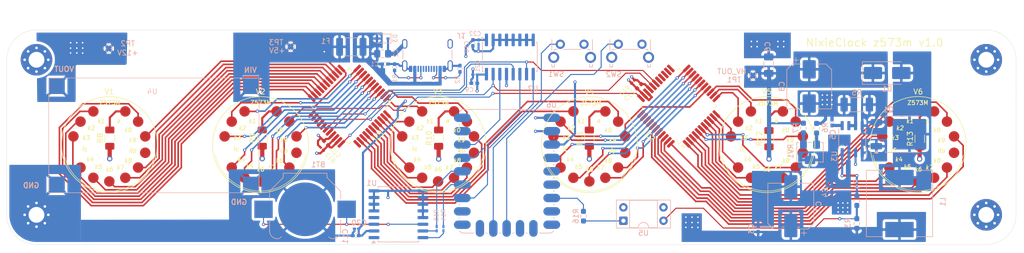
<source format=kicad_pcb>
(kicad_pcb (version 20241229) (generator "pcbnew") (generator_version "9.0")
  (layers (0 "F.Cu" signal) (4 "In1.Cu" power) (6 "In2.Cu" signal) (2 "B.Cu" signal) (13 "F.Paste" user) (15 "B.Paste" user) (5 "F.SilkS" user "F.Silkscreen") (7 "B.SilkS" user "B.Silkscreen") (1 "F.Mask" user) (3 "B.Mask" user) (25 "Edge.Cuts" user))
  (net 0 "")
  (net 1 "Net-(U6-GPIO10)")
  (net 2 "L_OE")
  (net 3 "Net-(U6-GPIO11)")
  (net 9 "L_CLK")
  (net 10 "GND")
  (net 11 "L_DATA")
  (net 17 "RTC_SDA")
  (net 25 "+3.3V")
  (net 27 "RTC_SCL")
  (net 28 "HV_POWER")
  (net 29 "/IC1_HVOUT20")
  (net 30 "/IC1_HVOUT1")
  (net 31 "/IC1_HVOUT11")
  (net 32 "/IC1_HVOUT7")
  (net 33 "/IC1_HVOUT6")
  (net 34 "/IC1_HVOUT13")
  (net 35 "/IC1_HVOUT16")
  (net 36 "/IC1_HVOUT2")
  (net 37 "/IC1_HVOUT19")
  (net 38 "/IC1_HVOUT10")
  (net 39 "/IC1_HVOUT14")
  (net 40 "/IC1_HVOUT18")
  (net 41 "/IC1_HVOUT3")
  (net 42 "/IC1_HVOUT12")
  (net 43 "/IC1_HVOUT4")
  (net 44 "/IC1_HVOUT15")
  (net 45 "/IC1_HVOUT9")
  (net 46 "/IC1_HVOUT8")
  (net 47 "/IC1_HVOUT17")
  (net 48 "/IC1_HVOUT5")
  (net 49 "Net-(D3-A2)")
  (net 51 "HV_OUT")
  (net 52 "/IC1_HVOUT27")
  (net 53 "CLK")
  (net 55 "OE")
  (net 57 "/IC1_HVOUT28")
  (net 58 "/IC1_HVOUT26")
  (net 60 "/IC1_HVOUT29")
  (net 61 "/IC1_HVOUT23")
  (net 62 "/IC1_HVOUT22")
  (net 63 "unconnected-(IC2-NC-Pad25)")
  (net 65 "/IC1_HVOUT25")
  (net 66 "/IC1_HVOUT31")
  (net 67 "Net-(IC1-DATA_OUT)")
  (net 68 "DATA")
  (net 69 "/IC1_HVOUT21")
  (net 71 "/IC1_HVOUT30")
  (net 72 "/IC1_HVOUT24")
  (net 73 "/IC1_HVOUT32")
  (net 74 "/IC2_HVOUT16")
  (net 75 "/IC2_HVOUT6")
  (net 76 "/IC2_HVOUT15")
  (net 77 "/IC2_HVOUT26")
  (net 78 "/IC2_HVOUT20")
  (net 79 "/IC2_HVOUT17")
  (net 80 "/IC2_HVOUT25")
  (net 83 "/IC2_HVOUT11")
  (net 85 "/IC2_HVOUT14")
  (net 86 "/IC2_HVOUT19")
  (net 87 "/IC2_HVOUT12")
  (net 88 "/IC2_HVOUT13")
  (net 89 "/IC2_HVOUT1")
  (net 90 "/IC2_HVOUT23")
  (net 91 "/IC2_HVOUT7")
  (net 92 "Net-(Q1-S)")
  (net 93 "Net-(D1-A)")
  (net 94 "Net-(Q1-G)")
  (net 96 "Net-(U1-SDA)")
  (net 98 "Net-(BT1-+)")
  (net 100 "Net-(U1-SCL)")
  (net 101 "+5V")
  (net 102 "Net-(U3-SHDN)")
  (net 103 "Net-(U3-REF)")
  (net 104 "Net-(U3-FB)")
  (net 105 "+12V")
  (net 106 "/IC2_HVOUT24")
  (net 107 "/IC2_HVOUT21")
  (net 108 "/IC2_HVOUT28")
  (net 109 "/IC2_HVOUT5")
  (net 110 "/IC2_HVOUT27")
  (net 111 "Net-(R16-Pad2)")
  (net 112 "Net-(R3-Pad2)")
  (net 113 "Net-(V1-A)")
  (net 115 "Net-(V2-A)")
  (net 116 "/IC2_HVOUT22")
  (net 117 "/IC2_HVOUT8")
  (net 118 "/IC2_HVOUT10")
  (net 119 "/IC2_HVOUT9")
  (net 120 "/IC2_HVOUT18")
  (net 121 "/IC2_HVOUT3")
  (net 122 "/IC2_HVOUT2")
  (net 123 "/IC2_HVOUT4")
  (net 125 "CC2")
  (net 127 "Net-(V3-A)")
  (net 129 "Net-(V4-A)")
  (net 131 "CC1")
  (net 136 "Net-(R6-Pad1)")
  (net 137 "Net-(R7-Pad2)")
  (net 139 "Net-(V5-A)")
  (net 140 "Net-(V6-A)")
  (footprint "Resistor_SMD:R_1206_3216Metric_Pad1.30x1.75mm_HandSolder" (layer "F.Cu") (at 147.58 98.77 90)
    (property "Reference" "R10")
    (property "Value" "15K")
  )
  (footprint "MountingHole:MountingHole_3mm_Pad_Via" (layer "F.Cu") (at 71.16 113.3478)
    (property "Reference" "H1" (hide yes))
    (property "Value" "MountingHole_Pad")
  )
  (footprint "nixie-clock-z573m:Z573M_SMD" (layer "F.Cu") (at 209.96 100)
    (property "Reference" "V5")
    (property "Value" "Z573M")
  )
  (footprint "MountingHole:MountingHole_3mm_Pad_Via" (layer "F.Cu") (at 251.6378 113.3478)
    (property "Reference" "H3" (hide yes))
    (property "Value" "MountingHole_Pad")
  )
  (footprint "Capacitor_SMD:C_0402_1005Metric_Pad0.74x0.62mm_HandSolder" (layer "F.Cu") (at 185.7 88.925 45)
    (property "Reference" "C13")
    (property "Value" "0.1uF" (hide yes))
  )
  (footprint "Capacitor_SMD:C_0201_0603Metric_Pad0.64x0.40mm_HandSolder" (layer "F.Cu") (at 125.394176 100.794176 135)
    (property "Reference" "C18")
    (property "Value" "1uF" (hide yes))
  )
  (footprint "Capacitor_SMD:C_0402_1005Metric_Pad0.74x0.62mm_HandSolder" (layer "F.Cu") (at 126.173717 99.723717 135)
    (property "Reference" "C12")
    (property "Value" "0.1uF" (hide yes))
  )
  (footprint "Resistor_SMD:R_1206_3216Metric_Pad1.30x1.75mm_HandSolder" (layer "F.Cu") (at 114.06 98.76 90)
    (property "Reference" "R9")
    (property "Value" "15K")
  )
  (footprint "nixie-clock-z573m:Z573M_SMD" (layer "F.Cu") (at 85 100)
    (property "Reference" "V1")
    (property "Value" "Z573M")
  )
  (footprint "Resistor_SMD:R_1206_3216Metric_Pad1.30x1.75mm_HandSolder" (layer "F.Cu") (at 210.35 98.88 90)
    (property "Reference" "R12")
    (property "Value" "15K")
  )
  (footprint "nixie-clock-z573m:Z573M_SMD" (layer "F.Cu") (at 176.22 100)
    (property "Reference" "V4")
    (property "Value" "Z573M")
  )
  (footprint "nixie-clock-z573m:Z573M_SMD" (layer "F.Cu") (at 113.74 100)
    (property "Reference" "V2")
    (property "Value" "Z573M")
  )
  (footprint "nixie-clock-z573m:Z573M_SMD" (layer "F.Cu") (at 147.48 100)
    (property "Reference" "V3")
    (property "Value" "Z573M")
  )
  (footprint "Capacitor_SMD:C_0201_0603Metric_Pad0.64x0.40mm_HandSolder" (layer "F.Cu") (at 184.55 88.05 45)
    (property "Reference" "C19")
    (property "Value" "1uF" (hide yes))
  )
  (footprint "Package_QFP:PQFP-44_10x10mm_P0.8mm" (layer "F.Cu") (at 130.61 92.7 -135)
    (property "Reference" "IC1")
    (property "Value" "HV5222" (hide yes))
  )
  (footprint "Resistor_SMD:R_1206_3216Metric_Pad1.30x1.75mm_HandSolder" (layer "F.Cu") (at 239 98.9 90)
    (property "Reference" "R13")
    (property "Value" "15K")
  )
  (footprint "MountingHole:MountingHole_3mm_Pad_Via" (layer "F.Cu") (at 251.6478 83.88)
    (property "Reference" "H4" (hide yes))
    (property "Value" "MountingHole_Pad")
  )
  (footprint "Resistor_SMD:R_1206_3216Metric_Pad1.30x1.75mm_HandSolder" (layer "F.Cu") (at 85.09 98.77 90)
    (property "Reference" "R8")
    (property "Value" "15K")
  )
  (footprint "MountingHole:MountingHole_3mm_Pad_Via" (layer "F.Cu") (at 71.16 83.88223)
    (property "Reference" "H2" (hide yes))
    (property "Value" "MountingHole_Pad")
  )
  (footprint "nixie-clock-z573m:Z573M_SMD" (layer "F.Cu") (at 238.7 100)
    (property "Reference" "V6")
    (property "Value" "Z573M")
  )
  (footprint "Package_QFP:PQFP-44_10x10mm_P0.8mm" (layer "F.Cu") (at 193.2 92.7 135)
    (property "Reference" "IC2")
    (property "Value" "HV5222")
  )
  (footprint "Resistor_SMD:R_1206_3216Metric_Pad1.30x1.75mm_HandSolder" (layer "F.Cu") (at 176.22 98.78 90)
    (property "Reference" "R11")
    (property "Value" "15K")
  )
  (footprint "Capacitor_SMD:CP_Elec_8x10.5" (layer "B.Cu") (at 214.5 111.7 90)
    (property "Reference" "C7")
    (property "Value" "220uF/25V")
  )
  (footprint "Capacitor_SMD:C_0402_1005Metric_Pad0.74x0.62mm_HandSolder" (layer "B.Cu") (at 208.3 116 90)
    (property "Reference" "C3")
    (property "Value" "0.1uF")
  )
  (footprint "nixie-clock-z573m:RP2040-Tiny_SMD" (layer "B.Cu") (at 169.495 93.32 180)
    (property "Reference" "U6")
    (property "Value" "RP2040 Tiny")
  )
  (footprint "Connector_USB:USB_C_Receptacle_GCT_USB4105-xx-A_16P_TopMnt_Horizontal" (layer "B.Cu") (at 145.45 81.935)
    (property "Reference" "J1")
    (property "Value" "USB_C_Receptacle_USB2.0_16P")
  )
  (footprint "Resistor_SMD:R_0603_1608Metric_Pad0.98x0.95mm_HandSolder" (layer "B.Cu") (at 175.1 113.6 -90)
    (property "Reference" "R16")
    (property "Value" "220R")
  )
  (footprint "Resistor_SMD:R_0201_0603Metric_Pad0.64x0.40mm_HandSolder" (layer "B.Cu") (at 147.21 115.98 -90)
    (property "Reference" "R15")
    (property "Value" "10K" (hide yes))
  )
  (footprint "Capacitor_SMD:C_0402_1005Metric_Pad0.74x0.62mm_HandSolder" (layer "B.Cu") (at 131.8325 117.3 180)
    (property "Reference" "C11")
    (property "Value" "0.1uF")
  )
  (footprint "Package_SO:SO-8_3.9x4.9mm_P1.27mm" (layer "B.Cu") (at 226.17 98.975 90)
    (property "Reference" "U3")
    (property "Value" "MAX1771xSA")
  )
  (footprint "nixie-clock-z573m:tps61088_module" (layer "B.Cu") (at 113.46 87.34 180)
    (property "Reference" "U4")
    (property "Value" "tps61088 dcdc module")
  )
  (footprint "Package_SO:SOIC-16W_7.5x10.3mm_P1.27mm" (layer "B.Cu") (at 139.94 113.235)
    (property "Reference" "U1")
    (property "Value" "DS3231SN")
  )
  (footprint "Battery:BatteryHolder_Keystone_3000_1x12mm" (layer "B.Cu") (at 122.2 112.3 180)
    (property "Reference" "BT1")
    (property "Value" "CR1220")
  )
  (footprint "Capacitor_SMD:C_1206_3216Metric_Pad1.33x1.80mm_HandSolder" (layer "B.Cu") (at 210.3 84.9 90)
    (property "Reference" "C6")
    (property "Value" "100nF/250V")
  )
  (footprint "Capacitor_SMD:C_0402_1005Metric_Pad0.74x0.62mm_HandSolder" (layer "B.Cu") (at 222.335 95.8 90)
    (property "Reference" "C5")
    (property "Value" "0.1uF")
  )
  (footprint "Resistor_SMD:R_0603_1608Metric_Pad0.98x0.95mm_HandSolder" (layer "B.Cu") (at 227.05 110.65 90)
    (property "Reference" "R4")
    (property "Value" "4.7K")
  )
  (footprint "Fuse:Fuse_1812_4532Metric_Pad1.30x3.40mm_HandSolder" (layer "B.Cu") (at 130.98 81.42 180)
    (property "Reference" "F1")
    (property "Value" "MF-MSMF110-2" (hide yes))
  )
  (footprint "TestPoint:TestPoint_Pad_D1.0mm" (layer "B.Cu") (at 119.45 81.4 180)
    (property "Reference" "TP3")
    (property "Value" "+5V")
  )
  (footprint "Resistor_SMD:R_0201_0603Metric_Pad0.64x0.40mm_HandSolder" (layer "B.Cu") (at 148.49 115.98 -90)
    (property "Reference" "R14")
    (property "Value" "10K" (hide yes))
  )
  (footprint "Diode_SMD:D_SOD-323" (layer "B.Cu") (at 136.91 79.85 180)
    (property "Reference" "D3")
    (property "Value" "PESD5V0S1BA" (hide yes))
  )
  (footprint "Resistor_SMD:R_0603_1608Metric_Pad0.98x0.95mm_HandSolder" (layer "B.Cu") (at 227.05 115 90)
    (property "Reference" "R3")
    (property "Value" "100K")
  )
  (footprint "Package_DIP:DIP-4_W7.62mm_Socket" (layer "B.Cu") (at 182.69 114.47)
    (property "Reference" "U5")
    (property "Value" "TLP627")
  )
  (footprint "Diode_SMD:D_SMB_Handsoldering" (layer "B.Cu") (at 232.8 86.4)
    (property "Reference" "D1")
    (property "Value" "ES2F")
  )
  (footprint "Capacitor_SMD:C_0201_0603Metric_Pad0.64x0.40mm_HandSolder" (layer "B.Cu") (at 155.165 80.5235 90)
    (property "Reference" "C22")
    (property "Value" "1uF" (hide yes))
  )
  (footprint "Capacitor_SMD:C_0402_1005Metric_Pad0.74x0.62mm_HandSolder" (layer "B.Cu") (at 222.3 108.5 -90)
    (property "Reference" "C4")
    (property "Value" "0.1uF")
  )
  (footprint "Resistor_SMD:R_0603_1608Metric_Pad0.98x0.95mm_HandSolder" (layer "B.Cu") (at 219.4 96.8875 90)
    (property "Reference" "R6")
    (property "Value" "10K")
  )
  (footprint "Resistor_SMD:R_0402_1005Metric_Pad0.72x0.64mm_HandSolder" (layer "B.Cu") (at 151.63 85.59 -90)
    (property "Reference" "R2")
    (property "Value" "5.1K" (hide yes))
  )
  (footprint "Capacitor_SMD:C_0402_1005Metric_Pad0.74x0.62mm_HandSolder" (layer "B.Cu") (at 154.085 80.6835 90)
    (property "Reference" "C10")
    (property "Value" "0.1uF" (hide yes))
  )
  (footprint "Potentiometer_SMD:Potentiometer_Bourns_3224W_Vertical" (layer "B.Cu") (at 218.15 101.4625 180)
    (property "Reference" "RV1")
    (property "Value" "5K")
  )
  (footprint "Package_SO:SOIC-16W_5.3x10.2mm_P1.27mm" (layer "B.Cu") (at 161.11 83.361 -90)
    (property "Reference" "U2")
    (property "Value" "CD4504B")
  )
  (footprint "TestPoint:TestPoint_Pad_D1.0mm" (layer "B.Cu") (at 207.3 86.9 180)
    (property "Reference" "TP1")
    (property "Value" "HV_OUT")
  )
  (footprint "Button_Switch_THT:SW_Tactile_SPST_Angled_PTS645Vx83-2LFS" (layer "B.Cu") (at 175.2 80.935 180)
    (property "Reference" "SW1")
    (property "Value" "select digit")
  )
  (footprint "Package_TO_SOT_SMD:TO-252-2" (layer "B.Cu") (at 235.8 98.0275)
    (property "Reference" "Q1")
    (property "Value" "IRF740" (hide yes))
  )
  (footprint "Resistor_SMD:R_0402_1005Metric_Pad0.72x0.64mm_HandSolder" (layer "B.Cu") (at 139.21 85.3075 -90)
    (property "Reference" "R1")
    (property "Value" "5.1K" (hide yes))
  )
  (footprint "Resistor_SMD:R_0603_1608Metric_Pad0.98x0.95mm_HandSolder" (layer "B.Cu") (at 216.9 96.85 -90)
    (property "Reference" "R7")
    (property "Value" "1.5M")
  )
  (footprint "Inductor_SMD:L_12x12mm_H8mm" (layer "B.Cu") (at 235.15 111.2 90)
    (property "Reference" "L1")
    (property "Value" "100uH" (hide yes))
  )
  (footprint "Capacitor_SMD:C_0201_0603Metric_Pad0.64x0.40mm_HandSolder" (layer "B.Cu") (at 154.5 86.7 180)
    (property "Reference" "C21")
    (property "Value" "1uF" (hide yes))
  )
  (footprint "Capacitor_SMD:C_0805_2012Metric_Pad1.18x1.45mm_HandSolder" (layer "B.Cu") (at 136.94 82.74 180)
    (property "Reference" "C2")
    (property "Value" "10uF" (hide yes))
  )
  (footprint "Capacitor_SMD:C_0402_1005Metric_Pad0.74x0.62mm_HandSolder" (layer "B.Cu") (at 154.35 88.35 180)
    (property "Reference" "C9")
    (property "Value" "0.1uF" (hide yes))
  )
  (footprint "Button_Switch_THT:SW_Tactile_SPST_Angled_PTS645Vx83-2LFS" (layer "B.Cu") (at 186.225 80.925 180)
    (property "Reference" "SW2")
    (property "Value" "increase number")
  )
  (footprint "TestPoint:TestPoint_Pad_D1.0mm" (layer "B.Cu") (at 84.9 81.75 180)
    (property "Reference" "TP2")
    (property "Value" "+12V")
  )
  (footprint "Resistor_SMD:R_2010_5025Metric_Pad1.40x2.65mm_HandSolder" (layer "B.Cu") (at 227.035 92.4 180)
    (property "Reference" "R5")
    (property "Value" "0R050 0.5W" (hide yes))
  )
  (footprint "Capacitor_SMD:C_0201_0603Metric_Pad0.64x0.40mm_HandSolder" (layer "B.Cu") (at 131.9925 115.98 180)
    (property "Reference" "C20")
    (property "Value" "1uF")
  )
  (footprint "Capacitor_SMD:C_0402_1005Metric_Pad0.74x0.62mm_HandSolder" (layer "B.Cu") (at 137.4025 84.69)
    (property "Reference" "C1")
    (property "Value" "0.1uF" (hide yes))
  )
  (footprint "Capacitor_SMD:CP_Elec_8x10" (layer "B.Cu") (at 218 88.95 -90)
    (property "Reference" "C8")
    (property "Value" "4.7uF/250V")
  )
  (gr_arc (start 65.5 83.882224) (mid 67.157778 79.880003) (end 71.16 78.222224) (stroke (width 0.05)) (layer "Edge.Cuts"))
  (gr_arc (start 257.297774 113.350714) (mid 255.63896 117.351038) (end 251.637776 119.007775) (stroke (width 0.05)) (layer "Edge.Cuts"))
  (gr_line (start 257.297774 113.3478) (end 257.307803 83.880019) (stroke (width 0.05)) (layer "Edge.Cuts"))
  (gr_line (start 71.16 119.007776) (end 251.637776 119.007776) (stroke (width 0.05)) (layer "Edge.Cuts"))
  (gr_arc (start 251.647776 78.219995) (mid 255.65 79.877771) (end 257.307776 83.879995) (stroke (width 0.05)) (layer "Edge.Cuts"))
  (gr_arc (start 71.16 119.007776) (mid 67.157776 117.35) (end 65.5 113.347776) (stroke (width 0.05)) (layer "Edge.Cuts"))
  (gr_line (start 251.647776 78.219995) (end 71.16 78.22223) (stroke (width 0.05)) (layer "Edge.Cuts"))
  (gr_line (start 65.500001 83.88) (end 65.500005 113.347776) (stroke (width 0.05)) (layer "Edge.Cuts"))
  (gr_text "NixieClock z573m v1.0" (at 217.25 81.5 0) (layer "F.SilkS") (effects (font (size 1.5 1.5)) (justify left bottom)))
  (segment (start 157.965 100.591383) (end 157.965 115.13) (width 0.2) (layer "B.Cu") (net 1))
  (segment (start 170.7 80.935) (end 168.815 80.935) (width 0.2) (layer "B.Cu") (net 1))
  (segment (start 167.1 82.65) (end 167.1 91.456383) (width 0.2) (layer "B.Cu") (net 1))
  (segment (start 167.1 91.456383) (end 157.965 100.591383) (width 0.2) (layer "B.Cu") (net 1))
  (segment (start 168.815 80.935) (end 167.1 82.65) (width 0.2) (layer "B.Cu") (net 1))
  (segment (start 154.32 110.15) (end 156.864 107.606) (width 0.2) (layer "B.Cu") (net 2))
  (segment (start 156.864 107.606) (end 156.864 100.956) (width 0.2) (layer "B.Cu") (net 2))
  (segment (start 156.864 100.956) (end 165.555 92.265) (width 0.2) (layer "B.Cu") (net 2))
  (segment (start 165.555 92.265) (end 165.555 86.611) (width 0.2) (layer "B.Cu") (net 2))
  (segment (start 152.875 110.15) (end 154.32 110.15) (width 0.2) (layer "B.Cu") (net 2))
  (segment (start 160.505 115.13) (end 160.505 98.875) (width 0.2) (layer "B.Cu") (net 3))
  (segment (start 177.06 86.68) (end 178.47 85.27) (width 0.2) (layer "B.Cu") (net 3))
  (segment (start 181.71 80.91) (end 181.725 80.925) (width 0.2) (layer "B.Cu") (net 3))
  (segment (start 179.745 80.925) (end 181.725 80.925) (width 0.2) (layer "B.Cu") (net 3))
  (segment (start 172.7 86.68) (end 177.06 86.68) (width 0.2) (layer "B.Cu") (net 3))
  (segment (start 178.47 85.27) (end 178.47 82.2) (width 0.2) (layer "B.Cu") (net 3))
  (segment (start 178.47 82.2) (end 179.745 80.925) (width 0.2) (layer "B.Cu") (net 3))
  (segment (start 160.505 98.875) (end 172.7 86.68) (width 0.2) (layer "B.Cu") (net 3))
  (segment (start 152.875 99.99) (end 154.48 99.99) (width 0.2) (layer "B.Cu") (net 9))
  (segment (start 154.48 99.99) (end 159.205 95.265) (width 0.2) (layer "B.Cu") (net 9))
  (segment (start 159.205 95.265) (end 159.205 86.611) (width 0.2) (layer "B.Cu") (net 9))
  (segment (start 125.2 98.75) (end 124.725 98.275) (width 0.4) (layer "F.Cu") (net 10))
  (segment (start 186.101283 88.523717) (end 186.760975 88.523717) (width 0.4) (layer "F.Cu") (net 10))
  (segment (start 184.25 87.173708) (end 184.838146 87.761854) (width 0.4) (layer "F.Cu") (net 10))
  (segment (start 126.169868 98.925) (end 125.772434 99.322434) (width 0.4) (layer "F.Cu") (net 10))
  (segment (start 186.760975 88.523717) (end 187.7376 89.500342) (width 0.4) (layer "F.Cu") (net 10))
  (segment (start 125.772434 99.322434) (end 125.2 98.75) (width 0.4) (layer "F.Cu") (net 10))
  (segment (start 185.33942 87.761854) (end 186.101283 88.523717) (width 0.4) (layer "F.Cu") (net 10))
  (segment (start 124.725 98.275) (end 124.725 98.25) (width 0.4) (layer "F.Cu") (net 10))
  (segment (start 125.10603 100.50603) (end 124.65 100.05) (width 0.4) (layer "F.Cu") (net 10))
  (segment (start 127.410342 98.1624) (end 126.647742 98.925) (width 0.4) (layer "F.Cu") (net 10))
  (segment (start 126.647742 98.925) (end 126.169868 98.925) (width 0.4) (layer "F.Cu") (net 10))
  (segment (start 124.65 99.3) (end 125.2 98.75) (width 0.4) (layer "F.Cu") (net 10))
  (segment (start 184.25 87.13) (end 184.25 87.173708) (width 0.4) (layer "F.Cu") (net 10))
  (segment (start 124.65 100.05) (end 124.65 99.3) (width 0.4) (layer "F.Cu") (net 10))
  (segment (start 184.838146 87.761854) (end 185.33942 87.761854) (width 0.4) (layer "F.Cu") (net 10))
  (via (at 213.15 80.4) (size 0.6) (drill 0.3) (layers "F.Cu" "B.Cu") (net 10))
  (via (at 220.5 90.6) (size 0.6) (drill 0.3) (layers "F.Cu" "B.Cu") (net 10))
  (via (at 208.1 81.4) (size 0.6) (drill 0.3) (layers "F.Cu" "B.Cu") (net 10))
  (via (at 223.5 112) (size 0.6) (drill 0.3) (layers "F.Cu" "B.Cu") (net 10))
  (via (at 166 97.475) (size 0.6) (drill 0.3) (layers "F.Cu" "B.Cu") (net 10))
  (via (at 221.4 90.6) (size 0.6) (drill 0.3) (layers "F.Cu" "B.Cu") (net 10))
  (via (at 212.05 80.4) (size 0.6) (drill 0.3) (layers "F.Cu" "B.Cu") (net 10))
  (via (at 225.3 112) (size 0.6) (drill 0.3) (layers "F.Cu" "B.Cu") (net 10))
  (via (at 221.4 91.5) (size 0.6) (drill 0.3) (layers "F.Cu" "B.Cu") (net 10))
  (via (at 160.475 88.785) (size 0.6) (drill 0.3) (layers "F.Cu" "B.Cu") (net 10))
  (via (at 221.4 92.4) (size 0.6) (drill 0.3) (layers "F.Cu" "B.Cu") (net 10))
  (via (at 222.3 90.6) (size 0.6) (drill 0.3) (layers "F.Cu" "B.Cu") (net 10))
  (via (at 208.1 80.4) (size 0.6) (drill 0.3) (layers "F.Cu" "B.Cu") (net 10))
  (via (at 223.5 111.1) (size 0.6) (drill 0.3) (layers "F.Cu" "B.Cu") (net 10))
  (via (at 223.5 112.8) (size 0.6) (drill 0.3) (layers "F.Cu" "B.Cu") (net 10))
  (via (at 225.3 111.1) (size 0.6) (drill 0.3) (layers "F.Cu" "B.Cu") (net 10))
  (via (at 225.3 112.8) (size 0.6) (drill 0.3) (layers "F.Cu" "B.Cu") (net 10))
  (via (at 213.15 81.4) (size 0.6) (drill 0.3) (layers "F.Cu" "B.Cu") (net 10))
  (via (at 124.725 98.25) (size 0.6) (drill 0.3) (layers "F.Cu" "B.Cu") (net 10))
  (via (at 212.05 81.4) (size 0.6) (drill 0.3) (layers "F.Cu" "B.Cu") (net 10))
  (via (at 220.5 92.4) (size 0.6) (drill 0.3) (layers "F.Cu" "B.Cu") (net 10))
  (via (at 137.96 110.05) (size 0.6) (drill 0.3) (layers "F.Cu" "B.Cu") (net 10))
  (via (at 184.25 87.13) (size 0.6) (drill 0.3) (layers "F.Cu" "B.Cu") (net 10))
  (via (at 222.3 91.5) (size 0.6) (drill 0.3) (layers "F.Cu" "B.Cu") (net 10))
  (via (at 224.4 111.1) (size 0.6) (drill 0.3) (layers "F.Cu" "B.Cu") (net 10))
  (via (at 224.4 112.8) (size 0.6) (drill 0.3) (layers "F.Cu" "B.Cu") (net 10))
  (via (at 207 81.4) (size 0.6) (drill 0.3) (layers "F.Cu" "B.Cu") (net 10))
  (via (at 224.4 112) (size 0.6) (drill 0.3) (layers "F.Cu" "B.Cu") (net 10))
  (via (at 155.135 82.261) (size 0.6) (drill 0.3) (layers "F.Cu" "B.Cu") (net 10))
  (via (at 220.5 91.5) (size 0.6) (drill 0.3) (layers "F.Cu" "B.Cu") (net 10))
  (via (at 207 80.4) (size 0.6) (drill 0.3) (layers "F.Cu" "B.Cu") (net 10))
  (via (at 154.1 85.65) (size 0.6) (drill 0.3) (layers "F.Cu" "B.Cu") (net 10))
  (via (at 222.3 92.4) (size 0.6) (drill 0.3) (layers "F.Cu" "B.Cu") (net 10))
  (segment (start 176 80.9375) (end 176 80.975) (width 0.2) (layer "B.Cu") (net 10))
  (segment (start 137.9775 82.74) (end 139.25 82.74) (width 0.8) (layer "B.Cu") (net 10))
  (segment (start 157.935 80.111) (end 157.935 80.615) (width 0.4) (layer "B.Cu") (net 10))
  (segment (start 137.97 108.79) (end 135.29 108.79) (width 0.4) (layer "B.Cu") (net 10))
  (segment (start 137.97 108.79) (end 137.97 110.04) (width 0.4) (layer "B.Cu") (net 10))
  (segment (start 151.5825 85.04) (end 151.63 84.9925) (width 0.4) (layer "B.Cu") (net 10))
  (segment (start 226.805 96.4) (end 226.805 93.98) (width 0.6) (layer "B.Cu") (net 10))
  (segment (start 148.65 85.615) (end 149.195 85.615) (width 0.4) (layer "B.Cu") (net 10))
  (segment (start 219.4 95.975) (end 220.325 95.975) (width 0.6) (layer "B.Cu") (net 10))
  (segment (start 155.165 80.931) (end 155.165 82.241) (width 0.4) (layer "B.Cu") (net 10))
  (segment (start 135.29 111.33) (end 135.29 110.06) (width 0.4) (layer "B.Cu") (net 10))
  (segment (start 159.205 80.111) (end 160.475 80.111) (width 0.4) (layer "B.Cu") (net 10))
  (segment (start 144.59 108.79) (end 137.97 108.79) (width 0.4) (layer "B.Cu") (net 10))
  (segment (start 157.439 82.261) (end 157.935 81.765) (width 0.4) (layer "B.Cu") (net 10))
  (segment (start 140.21 85.04) (end 139.88 84.71) (width 0.4) (layer "B.Cu") (net 10))
  (segment (start 131.265 116.7775) (end 131.5825 116.46) (width 0.4) (layer "B.Cu") (net 10))
  (segment (start 155.135 82.261) (end 155.185 82.261) (width 0.4) (layer "B.Cu") (net 10))
  (segment (start 137.97 110.04) (end 137.96 110.05) (width 0.4) (layer "B.Cu") (net 10))
  (segment (start 135.29 112.6) (end 135.29 111.33) (width 0.4) (layer "B.Cu") (net 10))
  (segment (start 139.25 82.74) (end 141.13 80.86) (width 0.8) (layer "B.Cu") (net 10))
  (segment (start 225.535 96.4) (end 226.805 96.4) (width 0.6) (layer "B.Cu") (net 10))
  (segment (start 153.7825 87.6675) (end 154.1 87.35) (width 0.4) (layer "B.Cu") (net 10))
  (segment (start 139.88 84.71) (end 139.21 84.71) (width 0.4) (layer "B.Cu") (net 10))
  (segment (start 157.935 81.765) (end 157.935 80.111) (width 0.4) (layer "B.Cu") (net 10))
  (segment (start 220.325 95.975) (end 221.1 95.2) (width 0.6) (layer "B.Cu") (net 10))
  (segment (start 149.77 85.04) (end 151.5825 85.04) (width 0.4) (layer "B.Cu") (net 10))
  (segment (start 144.59 111.33) (end 144.59 110.06) (width 0.4) (layer "B.Cu") (net 10))
  (segment (start 131.5825 116.46) (end 131.5825 115.9825) (width 0.4) (layer "B.Cu") (net 10))
  (segment (start 154.0925 85.6575) (end 154.1 85.65) (width 0.4) (layer "B.Cu") (net 10))
  (segment (start 160.475 88.785) (end 160.475 86.611) (width 0.4) (layer "B.Cu") (net 10))
  (segment (start 154.1 86.7075) (end 154.0925 86.7) (width 0.4) (layer "B.Cu") (net 10))
  (segment (start 131.265 117.3) (end 131.265 116.7775) (width 0.4) (layer "B.Cu") (net 10))
  (segment (start 157.935 80.111) (end 159.205 80.111) (width 0.4) (layer "B.Cu") (net 10))
  (segment (start 160.475 80.111) (end 161.745 80.111) (width 0.4) (layer "B.Cu") (net 10))
  (segment (start 149.195 85.615) (end 149.77 85.04) (width 0.4) (layer "B.Cu") (net 10))
  (segment (start 222.335 94.34) (end 222.4 94.275) (width 0.6) (layer "B.Cu") (net 10))
  (segment (start 163.015 80.111) (end 164.285 80.111) (width 0.4) (layer "B.Cu") (net 10))
  (segment (start 164.285 80.111) (end 165.555 80.111) (width 0.4) (layer "B.Cu") (net 10))
  (segment (start 144.59 113.87) (end 144.59 112.6) (width 0.4) (layer "B.Cu") (net 10))
  (segment (start 144.59 110.06) (end 144.59 108.79) (width 0.4) (layer "B.Cu") (net 10))
  (segment (start 131.265 117.3) (end 127.3 117.3) (width 0.4) (layer "B.Cu") (net 10))
  (segment (start 154.0925 86.7) (end 154.0925 85.6575) (width 0.4) (layer "B.Cu") (net 10))
  (segment (start 141.13 85.04) (end 140.21 85.04) (width 0.4) (layer "B.Cu") (net 10))
  (segment (start 139.19 84.69) (end 139.21 84.71) (width 0.4) (layer "B.Cu") (net 10))
  (segment (start 157.439 82.261) (end 155.185 82.261) (width 0.4) (layer "B.Cu") (net 10))
  (segment (start 154.46 82.261) (end 155.135 82.261) (width 0.4) (layer "B.Cu") (net 10))
  (segment (start 137.96 82.7225) (end 137.9775 82.74) (width 0.4) (layer "B.Cu") (net 10))
  (segment (start 135.29 110.06) (end 135.29 108.79) (width 0.4) (layer "B.Cu") (net 10))
  (segment (start 155.165 82.241) (end 155.185 82.261) (width 0.4) (layer "B.Cu") (net 10))
  (segment (start 161.745 80.111) (end 163.015 80.111) (width 0.4) (layer "B.Cu") (net 10))
  (segment (start 144.59 112.6) (end 144.59 111.33) (width 0.4) (layer "B.Cu") (net 10))
  (segment (start 222.335 95.2325) (end 222.335 94.34) (width 0.6) (layer "B.Cu") (net 10))
  (segment (start 153.7825 88.35) (end 153.7825 87.6675) (width 0.4) (layer "B.Cu") (net 10))
  (segment (start 141.705 85.615) (end 141.13 85.04) (width 0.4) (layer "B.Cu") (net 10))
  (segment (start 221.1 95.2) (end 221.1 94.4) (width 0.6) (layer "B.Cu") (net 10))
  (segment (start 169.875 97.45) (end 166.025 97.45) (width 0.4) (layer "B.Cu") (net 10))
  (segment (start 154.085 81.251) (end 154.085 81.886) (width 0.4) (layer "B.Cu") (net 10))
  (segment (start 154.1 87.35) (end 154.1 86.7075) (width 0.4) (layer "B.Cu") (net 10))
  (segment (start 166.025 97.45) (end 166 97.475) (width 0.4) (layer "B.Cu") (net 10))
  (segment (start 154.085 81.886) (end 154.46 82.261) (width 0.4) (layer "B.Cu") (net 10))
  (segment (start 137.96 79.85) (end 137.96 82.7225) (width 0.4) (layer "B.Cu") (net 10))
  (segment (start 157.935 80.615) (end 157.95 80.63) (width 0.4) (layer "B.Cu") (net 10))
  (segment (start 142.25 85.615) (end 141.705 85.615) (width 0.4) (layer "B.Cu") (net 10))
  (segment (start 137.97 84.69) (end 139.19 84.69) (width 0.4) (layer "B.Cu") (net 10))
  (segment (start 154.31 102.53) (end 163.015 93.825) (width 0.2) (layer "B.Cu") (net 11))
  (segment (start 163.015 93.825) (end 163.015 86.611) (width 0.2) (layer "B.Cu") (net 11))
  (segment (start 152.875 102.53) (end 154.31 102.53) (width 0.2) (layer "B.Cu") (net 11))
  (segment (start 147.21 115.5725) (end 147.21 107.8) (width 0.2) (layer "B.Cu") (net 17))
  (segment (start 149.94 105.07) (end 152.875 105.07) (width 0.2) (layer "B.Cu") (net 17))
  (segment (start 147.21 107.8) (end 149.94 105.07) (width 0.2) (layer "B.Cu") (net 17))
  (via (at 173.49 88.12) (size 0.6) (drill 0.3) (layers "F.Cu" "B.Cu") (net 25))
  (via (at 152.75 83.23) (size 0.6) (drill 0.3) (layers "F.Cu" "B.Cu") (net 25))
  (segment (start 152.745 81.456) (end 154.085 80.116) (width 0.4) (layer "B.Cu") (net 25))
  (segment (start 173.49 97.88) (end 173.49 88.12) (width 0.4) (layer "B.Cu") (net 25))
  (segment (start 155.17 80.111) (end 155.165 80.116) (width 0.4) (layer "B.Cu") (net 25))
  (segment (start 171.38 99.99) (end 173.49 97.88) (width 0.4) (layer "B.Cu") (net 25))
  (segment (start 152.75 83.23) (end 152.745 83.225) (width 0.4) (layer "B.Cu") (net 25))
  (segment (start 152.745 83.225) (end 152.745 81.456) (width 0.4) (layer "B.Cu") (net 25))
  (segment (start 156.665 80.111) (end 155.17 80.111) (width 0.4) (layer "B.Cu") (net 25))
  (segment (start 169.875 99.99) (end 171.38 99.99) (width 0.4) (layer "B.Cu") (net 25))
  (segment (start 155.165 80.116) (end 154.085 80.116) (width 0.4) (layer "B.Cu") (net 25))
  (segment (start 148.49 109.05) (end 149.93 107.61) (width 0.2) (layer "B.Cu") (net 27))
  (segment (start 148.49 115.5725) (end 148.49 109.05) (width 0.2) (layer "B.Cu") (net 27))
  (segment (start 149.93 107.61) (end 152.875 107.61) (width 0.2) (layer "B.Cu") (net 27))
  (segment (start 152.855 107.63) (end 152.875 107.61) (width 0.2) (layer "B.Cu") (net 27))
  (segment (start 152.775 107.51) (end 152.875 107.61) (width 0.2) (layer "B.Cu") (net 27))
  (segment (start 175.1 112.6875) (end 175.1 111.4) (width 0.2) (layer "B.Cu") (net 28))
  (segment (start 175.1 111.4) (end 173.9125 110.2125) (width 0.2) (layer "B.Cu") (net 28))
  (segment (start 169.9375 110.2125) (end 169.875 110.15) (width 0.2) (layer "B.Cu") (net 28))
  (segment (start 173.9125 110.2125) (end 169.9375 110.2125) (width 0.2) (layer "B.Cu") (net 28))
  (segment (start 120.718309 98.442353) (end 120.564495 98.442353) (width 0.3) (layer "F.Cu") (net 29))
  (segment (start 120.564495 98.442353) (end 120.564495 98.814495) (width 0.3) (layer "F.Cu") (net 29))
  (segment (start 136.633973 90.066027) (end 135.34 91.36) (width 0.3) (layer "F.Cu") (net 29))
  (segment (start 120.564495 98.442353) (end 120.716895 98.442353) (width 0.3) (layer "F.Cu") (net 29))
  (segment (start 136.638085 90.066027) (end 136.633973 90.066027) (width 0.3) (layer "F.Cu") (net 29))
  (segment (start 120.716895 98.442353) (end 122.392124 96.767124) (width 0.3) (layer "F.Cu") (net 29))
  (via (at 122.392124 96.767124) (size 0.6) (drill 0.3) (layers "F.Cu" "B.Cu") (net 29))
  (via (at 135.34 91.36) (size 0.6) (drill 0.3) (layers "F.Cu" "B.Cu") (net 29))
  (segment (start 129.945801 96.767124) (end 135.34 91.372925) (width 0.3) (layer "B.Cu") (net 29))
  (segment (start 122.392124 96.767124) (end 129.945801 96.767124) (width 0.3) (layer "B.Cu") (net 29))
  (segment (start 135.34 91.372925) (end 135.34 91.36) (width 0.3) (layer "B.Cu") (net 29))
  (segment (start 98.683 99.89671) (end 109.01071 89.569) (width 0.3) (layer "F.Cu") (net 30))
  (segment (start 123.447398 91.197398) (end 123.450544 91.197398) (width 0.3) (layer "F.Cu") (net 30))
  (segment (start 75.522505 96.73828) (end 75.522505 105.572273) (width 0.3) (layer "F.Cu") (net 30))
  (segment (start 90.47282 94.076828) (end 88.63821 92.242218) (width 0.3) (layer "F.Cu") (net 30))
  (segment (start 75.522505 105.572273) (end 81.555232 111.605) (width 0.3) (layer "F.Cu") (net 30))
  (segment (start 91.464884 111.605) (end 98.683 104.386884) (width 0.3) (layer "F.Cu") (net 30))
  (segment (start 80.018567 92.242218) (end 75.522505 96.73828) (width 0.3) (layer "F.Cu") (net 30))
  (segment (start 121.819 89.569) (end 123.447398 91.197398) (width 0.3) (layer "F.Cu") (net 30))
  (segment (start 109.01071 89.569) (end 121.819 89.569) (width 0.3) (layer "F.Cu") (net 30))
  (segment (start 88.63821 92.242218) (end 80.018567 92.242218) (width 0.3) (layer "F.Cu") (net 30))
  (segment (start 90.47282 95.635571) (end 90.47282 94.076828) (width 0.3) (layer "F.Cu") (net 30))
  (segment (start 98.683 104.386884) (end 98.683 99.89671) (width 0.3) (layer "F.Cu") (net 30))
  (segment (start 81.555232 111.605) (end 91.464884 111.605) (width 0.3) (layer "F.Cu") (net 30))
  (segment (start 121.89 92.98) (end 123.845 92.98) (width 0.3) (layer "F.Cu") (net 31))
  (segment (start 129.93 86.363146) (end 129.107398 85.540544) (width 0.3) (layer "F.Cu") (net 31))
  (segment (start 123.845 92.98) (end 129.93 86.895) (width 0.3) (layer "F.Cu") (net 31))
  (segment (start 129.93 86.895) (end 129.93 86.363146) (width 0.3) (layer "F.Cu") (net 31))
  (segment (start 119.234429 95.635571) (end 121.89 92.98) (width 0.3) (layer "F.Cu") (net 31))
  (segment (start 119.21282 95.635571) (end 119.234429 95.635571) (width 0.3) (layer "F.Cu") (net 31))
  (segment (start 95.07 98.319942) (end 107.426942 85.963) (width 0.3) (layer "F.Cu") (net 32))
  (segment (start 89.929942 107.999) (end 95.07 102.858942) (width 0.3) (layer "F.Cu") (net 32))
  (segment (start 85.999 107.999) (end 89.929942 107.999) (width 0.3) (layer "F.Cu") (net 32))
  (segment (start 107.426942 85.963) (end 125.00437 85.963) (width 0.3) (layer "F.Cu") (net 32))
  (segment (start 95.07 102.858942) (end 95.07 98.319942) (width 0.3) (layer "F.Cu") (net 32))
  (segment (start 85 107) (end 85.999 107.999) (width 0.3) (layer "F.Cu") (net 32))
  (segment (start 126.844656 87.774656) (end 126.844656 87.803286) (width 0.3) (layer "F.Cu") (net 32))
  (segment (start 126.333709 87.396989) (end 126.543011 87.396989) (width 0.3) (layer "F.Cu") (net 32))
  (segment (start 125.00437 85.963) (end 126.844656 87.803286) (width 0.3) (layer "F.Cu") (net 32))
  (segment (start 90.2 108.6) (end 95.671 103.129) (width 0.3) (layer "F.Cu") (net 33))
  (segment (start 124.474 86.564) (end 126.278971 88.368971) (width 0.3) (layer "F.Cu") (net 33))
  (segment (start 95.671 103.129) (end 95.671 98.659) (width 0.3) (layer "F.Cu") (net 33))
  (segment (start 81.9626 106.307) (end 81.9628 106.3068) (width 0.2) (layer "F.Cu") (net 33))
  (segment (start 95.671 98.659) (end 107.766 86.564) (width 0.3) (layer "F.Cu") (net 33))
  (segment (start 81.962814 106.306782) (end 84.256032 108.6) (width 0.3) (layer "F.Cu") (net 33))
  (segment (start 84.256032 108.6) (end 90.2 108.6) (width 0.3) (layer "F.Cu") (net 33))
  (segment (start 107.766 86.564) (end 124.474 86.564) (width 0.3) (layer "F.Cu") (net 33))
  (segment (start 108.26718 93.78282) (end 108.26718 95.635571) (width 0.3) (layer "F.Cu") (net 34))
  (segment (start 130.687258 88.097258) (end 132.678287 86.106229) (width 0.3) (layer "F.Cu") (net 34))
  (segment (start 121.35 92.05) (end 110 92.05) (width 0.3) (layer "F.Cu") (net 34))
  (segment (start 110 92.05) (end 108.26718 93.78282) (width 0.3) (layer "F.Cu") (net 34))
  (via (at 130.687258 88.097258) (size 0.6) (drill 0.3) (layers "F.Cu" "B.Cu") (net 34))
  (via (at 121.35 92.05) (size 0.6) (drill 0.3) (layers "F.Cu" "B.Cu") (net 34))
  (segment (start 121.35 92.05) (end 126.734516 92.05) (width 0.3) (layer "B.Cu") (net 34))
  (segment (start 126.734516 92.05) (end 130.687258 88.097258) (width 0.3) (layer "B.Cu") (net 34))
  (segment (start 110.702814 104.427186) (end 110.702814 106.306782) (width 0.3) (layer "F.Cu") (net 35))
  (segment (start 112.035 103.095) (end 110.702814 104.427186) (width 0.3) (layer "F.Cu") (net 35))
  (segment (start 134.366714 87.803286) (end 134.375344 87.803286) (width 0.3) (layer "F.Cu") (net 35))
  (segment (start 112.035 101.03) (end 112.035 103.095) (width 0.3) (layer "F.Cu") (net 35))
  (segment (start 133.05 89.12) (end 134.366714 87.803286) (width 0.3) (layer "F.Cu") (net 35))
  (via (at 112.035 101.03) (size 0.6) (drill 0.3) (layers "F.Cu" "B.Cu") (net 35))
  (via (at 133.05 89.12) (size 0.6) (drill 0.3) (layers "F.Cu" "B.Cu") (net 35))
  (segment (start 128.143 94.027) (end 133.05 89.12) (width 0.3) (layer "B.Cu") (net 35))
  (segment (start 119.038 94.027) (end 128.143 94.027) (width 0.3) (layer "B.Cu") (net 35))
  (segment (start 112.035 101.03) (end 119.038 94.027) (width 0.3) (layer "B.Cu") (net 35))
  (segment (start 122.352516 88.968) (end 124.016229 90.631713) (width 0.3) (layer "F.Cu") (net 36))
  (segment (start 91.215942 111.004) (end 98.082 104.137942) (width 0.3) (layer "F.Cu") (net 36))
  (segment (start 108.761768 88.968) (end 122.352516 88.968) (width 0.3) (layer "F.Cu") (net 36))
  (segment (start 79.417509 93.693218) (end 76.123505 96.987222) (width 0.3) (layer "F.Cu") (net 36))
  (segment (start 76.123505 105.323331) (end 81.804174 111.004) (width 0.3) (layer "F.Cu") (net 36))
  (segment (start 98.082 104.137942) (end 98.082 99.647768) (width 0.3) (layer "F.Cu") (net 36))
  (segment (start 76.123505 96.987222) (end 76.123505 105.323331) (width 0.3) (layer "F.Cu") (net 36))
  (segment (start 81.962814 93.693218) (end 79.417509 93.693218) (width 0.3) (layer "F.Cu") (net 36))
  (segment (start 81.804174 111.004) (end 91.215942 111.004) (width 0.3) (layer "F.Cu") (net 36))
  (segment (start 98.082 99.647768) (end 108.761768 88.968) (width 0.3) (layer "F.Cu") (net 36))
  (segment (start 118.21282 99.06218) (end 118.21282 103.364429) (width 0.3) (layer "F.Cu") (net 37))
  (segment (start 118.21282 103.364429) (end 119.21282 104.364429) (width 0.3) (layer "F.Cu") (net 37))
  (segment (start 136.0724 89.500342) (end 136.0724 89.5076) (width 0.3) (layer "F.Cu") (net 37))
  (segment (start 136.0724 89.5076) (end 134.34 91.24) (width 0.3) (layer "F.Cu") (net 37))
  (segment (start 118.6875 98.5875) (end 118.21282 99.06218) (width 0.3) (layer "F.Cu") (net 37))
  (via (at 134.34 91.24) (size 0.6) (drill 0.3) (layers "F.Cu" "B.Cu") (net 37))
  (via (at 118.6875 98.5875) (size 0.6) (drill 0.3) (layers "F.Cu" "B.Cu") (net 37))
  (segment (start 129.65 95.925) (end 134.335 91.24) (width 0.3) (layer "B.Cu") (net 37))
  (segment (start 134.335 91.24) (end 134.34 91.24) (width 0.3) (layer "B.Cu") (net 37))
  (segment (start 118.6875 98.5875) (end 121.35 95.925) (width 0.3) (layer "B.Cu") (net 37))
  (segment (start 121.35 95.925) (end 129.65 95.925) (width 0.3) (layer "B.Cu") (net 37))
  (segment (start 106.24 84.16) (end 126.595484 84.16) (width 0.3) (layer "F.Cu") (net 38))
  (segment (start 91.824495 98.442353) (end 91.957647 98.442353) (width 0.3) (layer "F.Cu") (net 38))
  (segment (start 91.957647 98.442353) (end 106.24 84.16) (width 0.3) (layer "F.Cu") (net 38))
  (segment (start 126.595484 84.16) (end 128.541713 86.106229) (width 0.3) (layer "F.Cu") (net 38))
  (segment (start 131.87 88.06) (end 133.243973 86.686027) (width 0.3) (layer "F.Cu") (net 39))
  (segment (start 110.687647 98.442353) (end 106.915505 98.442353) (width 0.3) (layer "F.Cu") (net 39))
  (segment (start 133.243973 86.686027) (end 133.243973 86.671915) (width 0.3) (layer "F.Cu") (net 39))
  (segment (start 110.7 98.43) (end 110.687647 98.442353) (width 0.3) (layer "F.Cu") (net 39))
  (via (at 110.7 98.43) (size 0.6) (drill 0.3) (layers "F.Cu" "B.Cu") (net 39))
  (via (at 131.87 88.06) (size 0.6) (drill 0.3) (layers "F.Cu" "B.Cu") (net 39))
  (segment (start 110.7 98.43) (end 112.145 98.43) (width 0.3) (layer "B.Cu") (net 39))
  (segment (start 117.774 92.801) (end 127.129 92.801) (width 0.3) (layer "B.Cu") (net 39))
  (segment (start 127.129 92.801) (end 131.87 88.06) (width 0.3) (layer "B.Cu") (net 39))
  (segment (start 112.145 98.43) (end 117.774 92.801) (width 0.3) (layer "B.Cu") (net 39))
  (segment (start 135.505344 88.934656) (end 134.28 90.16) (width 0.3) (layer "F.Cu") (net 40))
  (segment (start 117.125 98.8) (end 117.125 100.85) (width 0.3) (layer "F.Cu") (net 40))
  (segment (start 135.506714 88.993286) (end 135.506714 88.934656) (width 0.3) (layer "F.Cu") (net 40))
  (segment (start 135.506714 88.934656) (end 135.505344 88.934656) (width 0.3) (layer "F.Cu") (net 40))
  (segment (start 116.77 101.205) (end 116.77 106.299596) (width 0.3) (layer "F.Cu") (net 40))
  (segment (start 117.125 100.85) (end 116.77 101.205) (width 0.3) (layer "F.Cu") (net 40))
  (via (at 134.28 90.16) (size 0.6) (drill 0.3) (layers "F.Cu" "B.Cu") (net 40))
  (via (at 117.125 98.8) (size 0.6) (drill 0.3) (layers "F.Cu" "B.Cu") (net 40))
  (segment (start 120.696 95.229) (end 129.246 95.229) (width 0.3) (layer "B.Cu") (net 40))
  (segment (start 117.125 98.8) (end 120.696 95.229) (width 0.3) (layer "B.Cu") (net 40))
  (segment (start 129.246 95.229) (end 134.28 90.195) (width 0.3) (layer "B.Cu") (net 40))
  (segment (start 134.28 90.195) (end 134.28 90.16) (width 0.3) (layer "B.Cu") (net 40))
  (segment (start 90.967 110.403) (end 97.481 103.889) (width 0.3) (layer "F.Cu") (net 41))
  (segment (start 76.724505 105.074389) (end 82.053116 110.403) (width 0.3) (layer "F.Cu") (net 41))
  (segment (start 122.882888 88.367) (end 124.581915 90.066027) (width 0.3) (layer "F.Cu") (net 41))
  (segment (start 82.053116 110.403) (end 90.967 110.403) (width 0.3) (layer "F.Cu") (net 41))
  (segment (start 78.930263 95.635571) (end 76.724505 97.841329) (width 0.3) (layer "F.Cu") (net 41))
  (segment (start 108.512826 88.367) (end 122.882888 88.367) (width 0.3) (layer "F.Cu") (net 41))
  (segment (start 79.52718 95.635571) (end 78.930263 95.635571) (width 0.3) (layer "F.Cu") (net 41))
  (segment (start 76.724505 97.841329) (end 76.724505 105.074389) (width 0.3) (layer "F.Cu") (net 41))
  (segment (start 97.481 99.398826) (end 108.512826 88.367) (width 0.3) (layer "F.Cu") (net 41))
  (segment (start 97.481 103.889) (end 97.481 99.398826) (width 0.3) (layer "F.Cu") (net 41))
  (segment (start 132.112602 85.547398) (end 130.7 86.96) (width 0.3) (layer "F.Cu") (net 42))
  (segment (start 113.066782 93.693218) (end 110.702814 93.693218) (width 0.3) (layer "F.Cu") (net 42))
  (segment (start 132.112602 85.540544) (end 132.112602 85.547398) (width 0.3) (layer "F.Cu") (net 42))
  (segment (start 113.1175 93.6425) (end 113.066782 93.693218) (width 0.3) (layer "F.Cu") (net 42))
  (segment (start 132.029456 85.540544) (end 132.112602 85.540544) (width 0.3) (layer "F.Cu") (net 42))
  (via (at 130.7 86.96) (size 0.6) (drill 0.3) (layers "F.Cu" "B.Cu") (net 42))
  (via (at 113.1175 93.6425) (size 0.6) (drill 0.3) (layers "F.Cu" "B.Cu") (net 42))
  (segment (start 126.36 91.3) (end 130.7 86.96) (width 0.3) (layer "B.Cu") (net 42))
  (segment (start 113.1175 93.6425) (end 114.5675 93.6425) (width 0.3) (layer "B.Cu") (net 42))
  (segment (start 114.5675 93.6425) (end 116.91 91.3) (width 0.3) (layer "B.Cu") (net 42))
  (segment (start 116.91 91.3) (end 126.36 91.3) (width 0.3) (layer "B.Cu") (net 42))
  (segment (start 78.07618 98.541678) (end 78.07618 105.576122) (width 0.3) (layer "F.Cu") (net 43))
  (segment (start 96.88 99.149884) (end 108.263884 87.766) (width 0.3) (layer "F.Cu") (net 43))
  (segment (start 82.302058 109.802) (end 90.697884 109.802) (width 0.3) (layer "F.Cu") (net 43))
  (segment (start 123.413258 87.766) (end 125.1476 89.500342) (width 0.3) (layer "F.Cu") (net 43))
  (segment (start 78.175505 98.442353) (end 78.07618 98.541678) (width 0.3) (layer "F.Cu") (net 43))
  (segment (start 90.697884 109.802) (end 96.88 103.619884) (width 0.3) (layer "F.Cu") (net 43))
  (segment (start 96.88 103.619884) (end 96.88 99.149884) (width 0.3) (layer "F.Cu") (net 43))
  (segment (start 108.263884 87.766) (end 123.413258 87.766) (width 0.3) (layer "F.Cu") (net 43))
  (segment (start 78.07618 105.576122) (end 82.302058 109.802) (width 0.3) (layer "F.Cu") (net 43))
  (segment (start 110.71 101.04) (end 110.71 101.9) (width 0.3) (layer "F.Cu") (net 44))
  (segment (start 131.933629 89.113629) (end 133.809658 87.2376) (width 0.3) (layer "F.Cu") (net 44))
  (segment (start 108.26718 104.34282) (end 108.26718 104.364429) (width 0.3) (layer "F.Cu") (net 44))
  (segment (start 110.71 101.9) (end 108.26718 104.34282) (width 0.3) (layer "F.Cu") (net 44))
  (via (at 110.71 101.04) (size 0.6) (drill 0.3) (layers "F.Cu" "B.Cu") (net 44))
  (via (at 131.933629 89.113629) (size 0.6) (drill 0.3) (layers "F.Cu" "B.Cu") (net 44))
  (segment (start 110.71 101.015) (end 118.299 93.426) (width 0.3) (layer "B.Cu") (net 44))
  (segment (start 127.621258 93.426) (end 131.933629 89.113629) (width 0.3) (layer "B.Cu") (net 44))
  (segment (start 118.299 93.426) (end 127.621258 93.426) (width 0.3) (layer "B.Cu") (net 44))
  (segment (start 110.71 101.04) (end 110.71 101.015) (width 0.3) (layer "B.Cu") (net 44))
  (segment (start 127.961915 86.671915) (end 127.976027 86.671915) (width 0.3) (layer "F.Cu") (net 45))
  (segment (start 126.081 84.761) (end 127.976027 86.656027) (width 0.3) (layer "F.Cu") (net 45))
  (segment (start 127.976027 86.656027) (end 127.976027 86.671915) (width 0.3) (layer "F.Cu") (net 45))
  (segment (start 106.689116 84.761) (end 126.081 84.761) (width 0.3) (layer "F.Cu") (net 45))
  (segment (start 93.868 97.582116) (end 106.689116 84.761) (width 0.3) (layer "F.Cu") (net 45))
  (segment (start 91.864629 104.364429) (end 93.868 102.361058) (width 0.3) (layer "F.Cu") (net 45))
  (segment (start 93.868 102.361058) (end 93.868 97.582116) (width 0.3) (layer "F.Cu") (net 45))
  (segment (start 90.47282 104.364429) (end 91.864629 104.364429) (width 0.3) (layer "F.Cu") (net 45))
  (segment (start 125.542 85.362) (end 127.410342 87.230342) (width 0.3) (layer "F.Cu") (net 46))
  (segment (start 88.037186 106.306782) (end 90.772218 106.306782) (width 0.3) (layer "F.Cu") (net 46))
  (segment (start 94.469 98.071) (end 107.178 85.362) (width 0.3) (layer "F.Cu") (net 46))
  (segment (start 107.178 85.362) (end 125.542 85.362) (width 0.3) (layer "F.Cu") (net 46))
  (segment (start 90.772218 106.306782) (end 94.469 102.61) (width 0.3) (layer "F.Cu") (net 46))
  (segment (start 127.410342 87.200342) (end 127.410342 87.2376) (width 0.3) (layer "F.Cu") (net 46))
  (segment (start 127.410342 87.230342) (end 127.410342 87.2376) (width 0.3) (layer "F.Cu") (net 46))
  (segment (start 94.469 102.61) (end 94.469 98.071) (width 0.3) (layer "F.Cu") (net 46))
  (segment (start 116.02 98.43) (end 116.02 104.72) (width 0.3) (layer "F.Cu") (net 47))
  (segment (start 116.02 104.72) (end 113.74 107) (width 0.3) (layer "F.Cu") (net 47))
  (segment (start 133.07 90.24) (end 134.941029 88.368971) (width 0.3) (layer "F.Cu") (net 47))
  (via (at 116.02 98.43) (size 0.6) (drill 0.3) (layers "F.Cu" "B.Cu") (net 47))
  (via (at 133.07 90.24) (size 0.6) (drill 0.3) (layers "F.Cu" "B.Cu") (net 47))
  (segment (start 116.02 98.43) (end 119.822 94.628) (width 0.3) (layer "B.Cu") (net 47))
  (segment (start 119.822 94.628) (end 128.682 94.628) (width 0.3) (layer "B.Cu") (net 47))
  (segment (start 128.682 94.628) (end 133.07 90.24) (width 0.3) (layer "B.Cu") (net 47))
  (segment (start 90.448942 109.201) (end 96.272 103.377942) (width 0.3) (layer "F.Cu") (net 48))
  (segment (start 125.713286 88.930974) (end 125.713286 88.934656) (width 0.3) (layer "F.Cu") (net 48))
  (segment (start 96.272 98.907942) (end 108.014942 87.165) (width 0.3) (layer "F.Cu") (net 48))
  (segment (start 108.014942 87.165) (end 123.947312 87.165) (width 0.3) (layer "F.Cu") (net 48))
  (segment (start 79.52718 106.17718) (end 82.551 109.201) (width 0.3) (layer "F.Cu") (net 48))
  (segment (start 123.947312 87.165) (end 125.713286 88.930974) (width 0.3) (layer "F.Cu") (net 48))
  (segment (start 79.52718 104.364429) (end 79.52718 106.17718) (width 0.3) (layer "F.Cu") (net 48))
  (segment (start 82.551 109.201) (end 90.448942 109.201) (width 0.3) (layer "F.Cu") (net 48))
  (segment (start 96.272 103.377942) (end 96.272 98.907942) (width 0.3) (layer "F.Cu") (net 48))
  (segment (start 125.713286 88.934656) (end 125.713286 88.913286) (width 0.3) (layer "F.Cu") (net 48))
  (segment (start 143.05 85.615) (end 143.05 88.3) (width 0.6) (layer "B.Cu") (net 49))
  (segment (start 135.9025 82.74) (end 135.86 82.6975) (width 0.4) (layer "B.Cu") (net 49))
  (segment (start 147.85 85.615) (end 147.85 88.35) (width 0.6) (layer "B.Cu") (net 49))
  (segment (start 147.58 102.74) (end 147.58 100.32) (width 0.8) (layer "F.Cu") (net 51))
  (segment (start 238.98 100.47) (end 239 100.45) (width 0.8) (layer "F.Cu") (net 51))
  (segment (start 210.35 102.72) (end 210.37 102.74) (width 0.8) (layer "F.Cu") (net 51))
  (segment (start 176.22 100.33) (end 176.22 102.73) (width 0.8) (layer "F.Cu") (net 51))
  (segment (start 238.98 102.74) (end 238.97 102.73) (width 0.8) (layer "F.Cu") (net 51))
  (segment (start 114.06 102.67) (end 114.06 100.31) (width 0.8) (layer "F.Cu") (net 51))
  (segment (start 85.07 100.34) (end 85.09 100.32) (width 0.8) (layer "F.Cu") (net 51))
  (segment (start 85.07 102.69) (end 85.07 100.34) (width 0.8) (layer "F.Cu") (net 51))
  (segment (start 238.98 102.74) (end 238.98 100.47) (width 0.8) (layer "F.Cu") (net 51))
  (segment (start 176.21 100.34) (end 176.22 100.33) (width 0.8) (layer "F.Cu") (net 51))
  (segment (start 176.22 102.73) (end 176.23 102.74) (width 0.8) (layer "F.Cu") (net 51))
  (segment (start 147.57 100.33) (end 147.58 100.32) (width 0.8) (layer "F.Cu") (net 51))
  (segment (start 210.35 100.43) (end 210.35 102.72) (width 0.8) (layer "F.Cu") (net 51))
  (segment (start 210.34 100.44) (end 210.35 100.43) (width 0.8) (layer "F.Cu") (net 51))
  (via (at 210.37 102.74) (size 1) (drill 0.6) (layers "F.Cu" "B.Cu") (net 51))
  (via (at 147.58 102.74) (size 1) (drill 0.6) (layers "F.Cu" "B.Cu") (net 51))
  (via (at 114.06 102.67) (size 1) (drill 0.6) (layers "F.Cu" "B.Cu") (net 51))
  (via (at 176.23 102.74) (size 1) (drill 0.6) (layers "F.Cu" "B.Cu") (net 51))
  (via (at 238.98 102.74) (size 1) (drill 0.6) (layers "F.Cu" "B.Cu") (net 51))
  (via (at 85.07 102.69) (size 1) (drill 0.6) (layers "F.Cu" "B.Cu") (net 51))
  (segment (start 210.4075 95.9375) (end 210.37 95.9) (width 0.4) (layer "B.Cu") (net 51))
  (segment (start 210.37 86.5325) (end 210.3 86.4625) (width 0.8) (layer "B.Cu") (net 51))
  (segment (start 210.37 102.74) (end 210.37 95.9) (width 0.8) (layer "B.Cu") (net 51))
  (segment (start 210.37 102.74) (end 210.4 102.71) (width 0.8) (layer "B.Cu") (net 51))
  (segment (start 210.37 95.9) (end 210.37 86.5325) (width 0.8) (layer "B.Cu") (net 51))
  (segment (start 216.9 95.9375) (end 210.4075 95.9375) (width 0.4) (layer "B.Cu") (net 51))
  (segment (start 142.628654 108.1) (end 146.38 108.1) (width 0.3) (layer "F.Cu") (net 52))
  (segment (start 137.838 98.79663) (end 137.838 103.309346) (width 0.3) (layer "F.Cu") (net 52))
  (segment (start 146.38 108.1) (end 147.48 107) (width 0.3) (layer "F.Cu") (net 52))
  (segment (start 135.506714 96.465344) (end 137.838 98.79663) (width 0.3) (layer "F.Cu") (net 52))
  (segment (start 137.838 103.309346) (end 142.628654 108.1) (width 0.3) (layer "F.Cu") (net 52))
  (segment (start 158.835 89.68) (end 179.88 89.68) (width 0.2) (layer "F.Cu") (net 53))
  (segment (start 179.88 89.68) (end 183.13 86.43) (width 0.2) (layer "F.Cu") (net 53))
  (segment (start 134.625 95.2) (end 129.24137 95.2) (width 0.2) (layer "F.Cu") (net 53))
  (segment (start 183.13 86.43) (end 185.79863 86.43) (width 0.2) (layer "F.Cu") (net 53))
  (segment (start 129.24137 95.2) (end 126.844656 97.596714) (width 0.2) (layer "F.Cu") (net 53))
  (segment (start 188.303286 88.928286) (end 188.303286 88.934656) (width 0.2) (layer "F.Cu") (net 53))
  (segment (start 185.79863 86.43) (end 188.303286 88.934656) (width 0.2) (layer "F.Cu") (net 53))
  (segment (start 157.935 88.78) (end 158.835 89.68) (width 0.2) (layer "F.Cu") (net 53))
  (via (at 157.935 88.78) (size 0.6) (drill 0.3) (layers "F.Cu" "B.Cu") (net 53))
  (via (at 134.625 95.2) (size 0.6) (drill 0.3) (layers "F.Cu" "B.Cu") (net 53))
  (segment (start 157.92 88.78) (end 156.18 90.52) (width 0.2) (layer "B.Cu") (net 53))
  (segment (start 156.18 90.52) (end 139.305 90.52) (width 0.2) (layer "B.Cu") (net 53))
  (segment (start 157.935 88.78) (end 157.935 86.611) (width 0.2) (layer "B.Cu") (net 53))
  (segment (start 157.935 88.78) (end 157.92 88.78) (width 0.2) (layer "B.Cu") (net 53))
  (segment (start 139.305 90.52) (end 134.625 95.2) (width 0.2) (layer "B.Cu") (net 53))
  (segment (start 129.12 94.19) (end 126.278971 97.031029) (width 0.2) (layer "F.Cu") (net 55))
  (segment (start 165.525 84.31) (end 167.123648 85.908648) (width 0.2) (layer "F.Cu") (net 55))
  (segment (start 186.408648 85.908648) (end 188.868971 88.368971) (width 0.2) (layer "F.Cu") (net 55))
  (segment (start 167.123648 85.908648) (end 186.408648 85.908648) (width 0.2) (layer "F.Cu") (net 55))
  (segment (start 133.585 94.19) (end 133.6 94.175) (width 0.2) (layer "F.Cu") (net 55))
  (segment (start 164.285 84.31) (end 165.525 84.31) (width 0.2) (layer "F.Cu") (net 55))
  (segment (start 129.12 94.19) (end 133.585 94.19) (width 0.2) (layer "F.Cu") (net 55))
  (via (at 164.285 84.31) (size 0.6) (drill 0.3) (layers "F.Cu" "B.Cu") (net 55))
  (via (at 133.6 94.175) (size 0.6) (drill 0.3) (layers "F.Cu" "B.Cu") (net 55))
  (segment (start 152.48 88.67) (end 151.49 89.66) (width 0.2) (layer "B.Cu") (net 55))
  (segment (start 164.28 84.305) (end 153.475 84.305) (width 0.2) (layer "B.Cu") (net 55))
  (segment (start 152.48 85.3) (end 152.48 88.67) (width 0.2) (layer "B.Cu") (net 55))
  (segment (start 164.285 86.611) (end 164.285 84.31) (width 0.2) (layer "B.Cu") (net 55))
  (segment (start 164.285 84.31) (end 164.28 84.305) (width 0.2) (layer "B.Cu") (net 55))
  (segment (start 151.49 89.66) (end 138.115 89.66) (width 0.2) (layer "B.Cu") (net 55))
  (segment (start 138.115 89.66) (end 133.6 94.175) (width 0.2) (layer "B.Cu") (net 55))
  (segment (start 153.475 84.305) (end 152.48 85.3) (width 0.2) (layer "B.Cu") (net 55))
  (segment (start 137.237 103.558288) (end 142.379712 108.701) (width 0.3) (layer "F.Cu") (net 57))
  (segment (start 142.379712 108.701) (end 148.122968 108.701) (width 0.3) (layer "F.Cu") (net 57))
  (segment (start 137.237 99.327) (end 137.237 103.558288) (width 0.3) (layer "F.Cu") (net 57))
  (segment (start 134.941029 97.031029) (end 137.237 99.327) (width 0.3) (layer "F.Cu") (net 57))
  (segment (start 148.122968 108.701) (end 150.517186 106.306782) (width 0.3) (layer "F.Cu") (net 57))
  (segment (start 138.439 103.060404) (end 141.685378 106.306782) (width 0.3) (layer "F.Cu") (net 58))
  (segment (start 138.439 98.266258) (end 138.439 103.060404) (width 0.3) (layer "F.Cu") (net 58))
  (segment (start 136.0724 95.899658) (end 138.439 98.266258) (width 0.3) (layer "F.Cu") (net 58))
  (segment (start 141.685378 106.306782) (end 144.442814 106.306782) (width 0.3) (layer "F.Cu") (net 58))
  (segment (start 144.4426 106.307) (end 144.4428 106.3068) (width 0.2) (layer "F.Cu") (net 58))
  (segment (start 142.13077 109.302) (end 149.938 109.302) (width 0.3) (layer "F.Cu") (net 60))
  (segment (start 149.938 109.302) (end 152.95282 106.28718) (width 0.3) (layer "F.Cu") (net 60))
  (segment (start 136.636 99.85737) (end 136.636 103.80723) (width 0.3) (layer "F.Cu") (net 60))
  (segment (start 136.636 103.80723) (end 142.13077 109.302) (width 0.3) (layer "F.Cu") (net 60))
  (segment (start 152.95282 106.28718) (end 152.95282 104.364429) (width 0.3) (layer "F.Cu") (net 60))
  (segment (start 134.375344 97.596714) (end 136.636 99.85737) (width 0.3) (layer "F.Cu") (net 60))
  (segment (start 137.769456 94.202602) (end 139.206854 95.64) (width 0.3) (layer "F.Cu") (net 61))
  (segment (start 139.206854 95.64) (end 139.5 95.64) (width 0.3) (layer "F.Cu") (net 61))
  (segment (start 139.5 95.64) (end 139.504429 95.635571) (width 0.3) (layer "F.Cu") (net 61))
  (segment (start 139.504429 95.635571) (end 142.00718 95.635571) (width 0.3) (layer "F.Cu") (net 61))
  (segment (start 137.769456 91.197398) (end 139.302058 92.73) (width 0.3) (layer "F.Cu") (net 62))
  (segment (start 139.302058 92.73) (end 143.479596 92.73) (width 0.3) (layer "F.Cu") (net 62))
  (segment (start 143.479596 92.73) (end 144.442814 93.693218) (width 0.3) (layer "F.Cu") (net 62))
  (segment (start 190.561915 86.671915) (end 190.566027 86.671915) (width 0.2) (layer "F.Cu") (net 63))
  (segment (start 139.04 97.735888) (end 139.04 101.39) (width 0.3) (layer "F.Cu") (net 65))
  (segment (start 139.04 101.39) (end 142.00718 104.35718) (width 0.3) (layer "F.Cu") (net 65))
  (segment (start 136.638085 95.333973) (end 139.04 97.735888) (width 0.3) (layer "F.Cu") (net 65))
  (segment (start 142.00718 104.35718) (end 142.00718 104.364429) (width 0.3) (layer "F.Cu") (net 65))
  (segment (start 150.435884 110.504) (end 156.356495 104.583389) (width 0.3) (layer "F.Cu") (net 66))
  (segment (start 135.434 100.918112) (end 135.434 104.305114) (width 0.3) (layer "F.Cu") (net 66))
  (segment (start 133.243973 98.728085) (end 135.434 100.918112) (width 0.3) (layer "F.Cu") (net 66))
  (segment (start 141.632886 110.504) (end 150.435884 110.504) (width 0.3) (layer "F.Cu") (net 66))
  (segment (start 179.81 91.82) (end 181.69282 93.70282) (width 0.3) (layer "F.Cu") (net 66))
  (segment (start 135.434 104.305114) (end 141.632886 110.504) (width 0.3) (layer "F.Cu") (net 66))
  (segment (start 181.69282 93.70282) (end 181.69282 95.635571) (width 0.3) (layer "F.Cu") (net 66))
  (segment (start 164.455 91.82) (end 179.81 91.82) (width 0.3) (layer "F.Cu") (net 66))
  (segment (start 156.356495 99.918505) (end 164.455 91.82) (width 0.3) (layer "F.Cu") (net 66))
  (segment (start 156.356495 104.583389) (end 156.356495 99.918505) (width 0.3) (layer "F.Cu") (net 66))
  (segment (start 124.109456 93.54369) (end 123.450544 94.202602) (width 0.2) (layer "F.Cu") (net 67))
  (segment (start 185.123146 90.28) (end 186.040544 91.197398) (width 0.2) (layer "F.Cu") (net 67))
  (segment (start 139.02 93.48) (end 138.18 92.64) (width 0.2) (layer "F.Cu") (net 67))
  (segment (start 136.278123 93.13) (end 124.529232 93.13) (width 0.2) (layer "F.Cu") (net 67))
  (segment (start 124.529232 93.13) (end 124.115542 93.54369) (width 0.2) (layer "F.Cu") (net 67))
  (segment (start 186.040544 91.197398) (end 186.040544 91.289456) (width 0.2) (layer "F.Cu") (net 67))
  (segment (start 136.768123 92.64) (end 136.278123 93.13) (width 0.2) (layer "F.Cu") (net 67))
  (segment (start 186.022398 91.197398) (end 186.040544 91.197398) (width 0.2) (layer "F.Cu") (net 67))
  (segment (start 185.950796 91.269) (end 186.022398 91.197398) (width 0.2) (layer "F.Cu") (net 67))
  (segment (start 138.18 92.64) (end 136.768123 92.64) (width 0.2) (layer "F.Cu") (net 67))
  (segment (start 141.09 93.48) (end 139.02 93.48) (width 0.2) (layer "F.Cu") (net 67))
  (segment (start 157.9 90.28) (end 185.123146 90.28) (width 0.2) (layer "F.Cu") (net 67))
  (segment (start 124.115542 93.54369) (end 124.109456 93.54369) (width 0.2) (layer "F.Cu") (net 67))
  (segment (start 186.040544 91.190544) (end 186.040544 91.197398) (width 0.2) (layer "F.Cu") (net 67))
  (via (at 157.9 90.28) (size 0.6) (drill 0.3) (layers "F.Cu" "B.Cu") (net 67))
  (via (at 141.09 93.48) (size 0.6) (drill 0.3) (layers "F.Cu" "B.Cu") (net 67))
  (segment (start 141.1 93.48) (end 143.601041 90.978959) (width 0.2) (layer "B.Cu") (net 67))
  (segment (start 157.9 90.28) (end 157.85948 90.28) (width 0.2) (layer "B.Cu") (net 67))
  (segment (start 141.09 93.48) (end 141.1 93.48) (width 0.2) (layer "B.Cu") (net 67))
  (segment (start 143.601041 90.978959) (end 157.201041 90.978959) (width 0.2) (layer "B.Cu") (net 67))
  (segment (start 157.201041 90.978959) (end 157.9 90.28) (width 0.2) (layer "B.Cu") (net 67))
  (segment (start 129.110544 99.859456) (end 129.107398 99.859456) (width 0.2) (layer "F.Cu") (net 68))
  (segment (start 130.735 98.235) (end 129.110544 99.859456) (width 0.2) (layer "F.Cu") (net 68))
  (via (at 130.735 98.235) (size 0.6) (drill 0.3) (layers "F.Cu" "B.Cu") (net 68))
  (segment (start 152.88 88.99) (end 152.88 85.55) (width 0.2) (layer "B.Cu") (net 68))
  (segment (start 153.724 84.706) (end 161.305 84.706) (width 0.2) (layer "B.Cu") (net 68))
  (segment (start 134.024 94.951057) (end 134.376057 94.599) (width 0.2) (layer "B.Cu") (net 68))
  (segment (start 134.024 94.976) (end 134.024 94.951057) (width 0.2) (layer "B.Cu") (net 68))
  (segment (start 130.765 98.235) (end 134.024 94.976) (width 0.2) (layer "B.Cu") (net 68))
  (segment (start 161.305 84.706) (end 161.745 85.146) (width 0.2) (layer "B.Cu") (net 68))
  (segment (start 151.751 90.119) (end 152.88 88.99) (width 0.2) (layer "B.Cu") (net 68))
  (segment (start 161.745 85.146) (end 161.745 86.611) (width 0.2) (layer "B.Cu") (net 68))
  (segment (start 130.735 98.235) (end 130.765 98.235) (width 0.2) (layer "B.Cu") (net 68))
  (segment (start 134.401 94.599) (end 138.881 90.119) (width 0.2) (layer "B.Cu") (net 68))
  (segment (start 152.88 85.55) (end 153.724 84.706) (width 0.2) (layer "B.Cu") (net 68))
  (segment (start 138.881 90.119) (end 151.751 90.119) (width 0.2) (layer "B.Cu") (net 68))
  (segment (start 134.376057 94.599) (end 134.401 94.599) (width 0.2) (layer "B.Cu") (net 68))
  (segment (start 151.25 92.12) (end 143.719538 92.12) (width 0.3) (layer "F.Cu") (net 69))
  (segment (start 152.95282 93.82282) (end 151.25 92.12) (width 0.3) (layer "F.Cu") (net 69))
  (segment (start 137.256096 90.684038) (end 137.203771 90.631713) (width 0.3) (layer "F.Cu") (net 69))
  (segment (start 139.8 90.97) (end 138.64 89.81) (width 0.3) (layer "F.Cu") (net 69))
  (segment (start 152.95282 95.635571) (end 152.95282 93.82282) (width 0.3) (layer "F.Cu") (net 69))
  (segment (start 138.64 89.81) (end 138.130134 89.81) (width 0.3) (layer "F.Cu") (net 69))
  (segment (start 142.569538 90.97) (end 139.8 90.97) (width 0.3) (layer "F.Cu") (net 69))
  (segment (start 143.719538 92.12) (end 142.569538 90.97) (width 0.3) (layer "F.Cu") (net 69))
  (segment (start 138.130134 89.81) (end 137.256096 90.684038) (width 0.3) (layer "F.Cu") (net 69))
  (segment (start 141.881828 109.903) (end 150.186942 109.903) (width 0.3) (layer "F.Cu") (net 71))
  (segment (start 150.186942 109.903) (end 155.755495 104.334447) (width 0.3) (layer "F.Cu") (net 71))
  (segment (start 155.755495 104.334447) (end 155.755495 99.893353) (width 0.3) (layer "F.Cu") (net 71))
  (segment (start 136.035 100.387742) (end 136.035 104.056172) (width 0.3) (layer "F.Cu") (net 71))
  (segment (start 136.035 104.056172) (end 141.881828 109.903) (width 0.3) (layer "F.Cu") (net 71))
  (segment (start 155.755495 99.893353) (end 154.304495 98.442353) (width 0.3) (layer "F.Cu") (net 71))
  (segment (start 133.809658 98.1624) (end 136.035 100.387742) (width 0.3) (layer "F.Cu") (net 71))
  (segment (start 137.203771 94.768287) (end 140.655505 98.220021) (width 0.3) (layer "F.Cu") (net 72))
  (segment (start 140.655505 98.220021) (end 140.655505 98.442353) (width 0.3) (layer "F.Cu") (net 72))
  (segment (start 141.383944 111.105) (end 150.684826 111.105) (width 0.3) (layer "F.Cu") (net 73))
  (segment (start 150.684826 111.105) (end 156.957495 104.832331) (width 0.3) (layer "F.Cu") (net 73))
  (segment (start 163.456782 93.693218) (end 173.182814 93.693218) (width 0.3) (layer "F.Cu") (net 73))
  (segment (start 134.833 101.448484) (end 134.833 104.554056) (width 0.3) (layer "F.Cu") (net 73))
  (segment (start 156.957495 100.192505) (end 163.456782 93.693218) (width 0.3) (layer "F.Cu") (net 73))
  (segment (start 134.833 104.554056) (end 141.383944 111.105) (width 0.3) (layer "F.Cu") (net 73))
  (segment (start 132.678287 99.293771) (end 134.833 101.448484) (width 0.3) (layer "F.Cu") (net 73))
  (segment (start 156.957495 104.832331) (end 156.957495 100.192505) (width 0.3) (layer "F.Cu") (net 73))
  (segment (start 199.62 103.461288) (end 204.759712 108.601) (width 0.3) (layer "F.Cu") (net 74))
  (segment (start 204.759712 108.601) (end 210.702968 108.601) (width 0.3) (layer "F.Cu") (net 74))
  (segment (start 198.096714 96.465344) (end 199.62 97.98863) (width 0.3) (layer "F.Cu") (net 74))
  (segment (start 210.702968 108.601) (end 212.997186 106.306782) (width 0.3) (layer "F.Cu") (net 74))
  (segment (start 199.62 97.98863) (end 199.62 103.461288) (width 0.3) (layer "F.Cu") (net 74))
  (segment (start 186.45 99.45) (end 186.45 102.26) (width 0.3) (layer "F.Cu") (net 75))
  (segment (start 182.403218 106.306782) (end 179.257186 106.306782) (width 0.3) (layer "F.Cu") (net 75))
  (segment (start 197.531029 88.368971) (end 196.29 89.61) (width 0.3) (layer "F.Cu") (net 75))
  (segment (start 186.45 102.26) (end 182.403218 106.306782) (width 0.3) (layer "F.Cu") (net 75))
  (via (at 196.29 89.61) (size 0.6) (drill 0.3) (layers "F.Cu" "B.Cu") (net 75))
  (via (at 186.45 99.45) (size 0.6) (drill 0.3) (layers "F.Cu" "B.Cu") (net 75))
  (segment (start 186.45 99.45) (end 196.29 89.61) (width 0.3) (layer "B.Cu") (net 75))
  (segment (start 200.23 97.467258) (end 200.23 103.221346) (width 0.3) (layer "F.Cu") (net 76))
  (segment (start 208.96 108) (end 209.96 107) (width 0.3) (layer "F.Cu") (net 76))
  (segment (start 209.93 106.95) (end 210.01 106.95) (width 0.3) (layer "F.Cu") (net 76))
  (segment (start 198.6624 95.899658) (end 200.23 97.467258) (width 0.3) (layer "F.Cu") (net 76))
  (segment (start 198.679658 95.899658) (end 198.6624 95.899658) (width 0.3) (layer "F.Cu") (net 76))
  (segment (start 210.01 106.95) (end 209.96 107) (width 0.3) (layer "F.Cu") (net 76))
  (segment (start 205.008654 108) (end 208.96 108) (width 0.3) (layer "F.Cu") (net 76))
  (segment (start 200.23 103.221346) (end 205.008654 108) (width 0.3) (layer "F.Cu") (net 76))
  (segment (start 203.192116 113.904) (end 217.87071 113.904) (width 0.3) (layer "F.Cu") (net 77))
  (segment (start 197.025 109.525) (end 198.813116 109.525) (width 0.3) (layer "F.Cu") (net 77))
  (segment (start 190.000342 98.1624) (end 189.285486 98.877256) (width 0.3) (layer "F.Cu") (net 77))
  (segment (start 222.87471 108.9) (end 239.143968 108.9) (width 0.3) (layer "F.Cu") (net 77))
  (segment (start 189.285486 98.877256) (end 189.285486 101.785486) (width 0.3) (layer "F.Cu") (net 77))
  (segment (start 217.87071 113.904) (end 222.87471 108.9) (width 0.3) (layer "F.Cu") (net 77))
  (segment (start 239.143968 108.9) (end 241.737186 106.306782) (width 0.3) (layer "F.Cu") (net 77))
  (segment (start 198.813116 109.525) (end 203.192116 113.904) (width 0.3) (layer "F.Cu") (net 77))
  (segment (start 189.285486 101.785486) (end 197.025 109.525) (width 0.3) (layer "F.Cu") (net 77))
  (segment (start 232.98184 93.693218) (end 235.662814 93.693218) (width 0.3) (layer "F.Cu") (net 78))
  (segment (start 216.377058 110.298) (end 232.98184 93.693218) (width 0.3) (layer "F.Cu") (net 78))
  (segment (start 198.27 101.164112) (end 198.27 103.882232) (width 0.3) (layer "F.Cu") (net 78))
  (segment (start 195.833973 98.728085) (end 198.27 101.164112) (width 0.3) (layer "F.Cu") (net 78))
  (segment (start 204.685768 110.298) (end 216.377058 110.298) (width 0.3) (layer "F.Cu") (net 78))
  (segment (start 198.27 103.882232) (end 204.685768 110.298) (width 0.3) (layer "F.Cu") (net 78))
  (segment (start 205.4 100.1) (end 209.664429 104.364429) (width 0.3) (layer "F.Cu") (net 79))
  (segment (start 197.531029 97.031029) (end 198.645 98.145) (width 0.3) (layer "F.Cu") (net 79))
  (segment (start 205.4 98.1) (end 205.4 100.1) (width 0.3) (layer "F.Cu") (net 79))
  (segment (start 209.664429 104.364429) (end 215.43282 104.364429) (width 0.3) (layer "F.Cu") (net 79))
  (via (at 198.645 98.145) (size 0.6) (drill 0.3) (layers "F.Cu" "B.Cu") (net 79))
  (via (at 205.4 98.1) (size 0.6) (drill 0.3) (layers "F.Cu" "B.Cu") (net 79))
  (segment (start 198.69 98.1) (end 198.645 98.145) (width 0.3) (layer "B.Cu") (net 79))
  (segment (start 205.4 98.1) (end 198.69 98.1) (width 0.3) (layer "B.Cu") (net 79))
  (segment (start 189.886486 101.416486) (end 197.345 108.875) (width 0.3) (layer "F.Cu") (net 80))
  (segment (start 190.566027 98.728085) (end 189.886486 99.407626) (width 0.3) (layer "F.Cu") (net 80))
  (segment (start 217.621768 113.303) (end 222.674768 108.25) (width 0.3) (layer "F.Cu") (net 80))
  (segment (start 222.674768 108.25) (end 237.45 108.25) (width 0.3) (layer "F.Cu") (net 80))
  (segment (start 189.886486 99.407626) (end 189.886486 101.416486) (width 0.3) (layer "F.Cu") (net 80))
  (segment (start 197.345 108.875) (end 199.013058 108.875) (width 0.3) (layer "F.Cu") (net 80))
  (segment (start 203.441058 113.303) (end 217.621768 113.303) (width 0.3) (layer "F.Cu") (net 80))
  (segment (start 237.45 108.25) (end 238.7 107) (width 0.3) (layer "F.Cu") (net 80))
  (segment (start 199.013058 108.875) (end 203.441058 113.303) (width 0.3) (layer "F.Cu") (net 80))
  (segment (start 204.48718 95.635571) (end 204.48718 91.18718) (width 0.3) (layer "F.Cu") (net 83))
  (segment (start 204.48718 91.18718) (end 203.441 90.141) (width 0.3) (layer "F.Cu") (net 83))
  (segment (start 203.441 90.141) (end 201.415854 90.141) (width 0.3) (layer "F.Cu") (net 83))
  (segment (start 201.415854 90.141) (end 200.359456 91.197398) (width 0.3) (layer "F.Cu") (net 83))
  (segment (start 200.92 103.061404) (end 204.165378 106.306782) (width 0.3) (layer "F.Cu") (net 85))
  (segment (start 199.228085 95.333973) (end 200.92 97.025888) (width 0.3) (layer "F.Cu") (net 85))
  (segment (start 204.165378 106.306782) (end 206.922814 106.306782) (width 0.3) (layer "F.Cu") (net 85))
  (segment (start 200.92 97.025888) (end 200.92 103.061404) (width 0.3) (layer "F.Cu") (net 85))
  (segment (start 216.250116 109.575) (end 233.890337 91.934779) (width 0.3) (layer "F.Cu") (net 86))
  (segment (start 198.88 103.57123) (end 204.88377 109.575) (width 0.3) (layer "F.Cu") (net 86))
  (segment (start 198.88 100.642742) (end 198.88 103.57123) (width 0.3) (layer "F.Cu") (net 86))
  (segment (start 196.399658 98.1624) (end 198.88 100.642742) (width 0.3) (layer "F.Cu") (net 86))
  (segment (start 233.890337 91.934779) (end 242.134779 91.934779) (width 0.3) (layer "F.Cu") (net 86))
  (segment (start 244.17282 93.97282) (end 244.17282 95.635571) (width 0.3) (layer "F.Cu") (net 86))
  (segment (start 242.134779 91.934779) (end 244.17282 93.97282) (width 0.3) (layer "F.Cu") (net 86))
  (segment (start 204.88377 109.575) (end 216.250116 109.575) (width 0.3) (layer "F.Cu") (net 86))
  (segment (start 203.135505 96.978651) (end 203.135505 98.442353) (width 0.3) (layer "F.Cu") (net 87))
  (segment (start 200.359456 94.202602) (end 203.135505 96.978651) (width 0.3) (layer "F.Cu") (net 87))
  (segment (start 204.48718 104.28718) (end 204.48718 104.364429) (width 0.3) (layer "F.Cu") (net 88))
  (segment (start 201.54 101.34) (end 204.48718 104.28718) (width 0.3) (layer "F.Cu") (net 88))
  (segment (start 199.793771 94.768287) (end 201.54 96.514516) (width 0.3) (layer "F.Cu") (net 88))
  (segment (start 201.54 96.514516) (end 201.54 101.34) (width 0.3) (layer "F.Cu") (net 88))
  (segment (start 194.702602 85.637398) (end 194.702602 85.540544) (width 0.3) (layer "F.Cu") (net 89))
  (segment (start 194.702602 85.540544) (end 194.699456 85.540544) (width 0.3) (layer "F.Cu") (net 89))
  (segment (start 194.699456 85.540544) (end 192.92 87.32) (width 0.3) (layer "F.Cu") (net 89))
  (segment (start 178.38 98.42) (end 173.531609 98.42) (width 0.3) (layer "F.Cu") (net 89))
  (segment (start 173.531609 98.42) (end 170.74718 95.635571) (width 0.3) (layer "F.Cu") (net 89))
  (via (at 192.92 87.32) (size 0.6) (drill 0.3) (layers "F.Cu" "B.Cu") (net 89))
  (via (at 178.38 98.41) (size 0.6) (drill 0.3) (layers "F.Cu" "B.Cu") (net 89))
  (segment (start 192.92 87.32) (end 192.92 87.33) (width 0.3) (layer "B.Cu") (net 89))
  (segment (start 192.92 87.32) (end 181.83 98.41) (width 0.3) (layer "B.Cu") (net 89))
  (segment (start 181.83 98.41) (end 178.38 98.41) (width 0.3) (layer "B.Cu") (net 89))
  (segment (start 191.697398 99.859456) (end 203.938942 112.101) (width 0.3) (layer "F.Cu") (net 90))
  (segment (start 230.641609 106.95) (end 233.22718 104.364429) (width 0.3) (layer "F.Cu") (net 90))
  (segment (start 203.938942 112.101) (end 217.123884 112.101) (width 0.3) (layer "F.Cu") (net 90))
  (segment (start 222.274884 106.95) (end 230.641609 106.95) (width 0.3) (layer "F.Cu") (net 90))
  (segment (start 217.123884 112.101) (end 222.274884 106.95) (width 0.3) (layer "F.Cu") (net 90))
  (segment (start 198.096714 88.934656) (end 198.095344 88.934656) (width 0.3) (layer "F.Cu") (net 91))
  (segment (start 185.37 102.37) (end 183.375571 104.364429) (width 0.3) (layer "F.Cu") (net 91))
  (segment (start 185.37 100.66) (end 185.37 102.37) (width 0.3) (layer "F.Cu") (net 91))
  (segment (start 198.095344 88.934656) (end 196.34 90.69) (width 0.3) (layer "F.Cu") (net 91))
  (segment (start 183.375571 104.364429) (end 181.69282 104.364429) (width 0.3) (layer "F.Cu") (net 91))
  (via (at 196.34 90.69) (size 0.6) (drill 0.3) (layers "F.Cu" "B.Cu") (net 91))
  (via (at 185.37 100.66) (size 0.6) (drill 0.3) (layers "F.Cu" "B.Cu") (net 91))
  (segment (start 185.37 100.66) (end 186.37 100.66) (width 0.3) (layer "B.Cu") (net 91))
  (segment (start 186.37 100.66) (end 196.34 90.69) (width 0.3) (layer "B.Cu") (net 91))
  (segment (start 145.2875 116.555) (end 145.29 116.5575) (width 0.2) (layer "B.Cu") (net 96))
  (segment (start 145.2675 116.58) (end 145.29 116.5575) (width 0.2) (layer "B.Cu") (net 96))
  (segment (start 144.59 116.41) (end 147.1875 116.41) (width 0.2) (layer "B.Cu") (net 96))
  (segment (start 130.1 115.15) (end 138 115.15) (width 0.2) (layer "F.Cu") (net 98))
  (segment (start 114.3 115.15) (end 130.1 115.15) (width 0.2) (layer "F.Cu") (net 98))
  (via (at 130.1 115.15) (size 0.6) (drill 0.3) (layers "F.Cu" "B.Cu") (net 98))
  (via (at 138 115.15) (size 0.6) (drill 0.3) (layers "F.Cu" "B.Cu") (net 98))
  (via (at 114.3 115.15) (size 0.6) (drill 0.3) (layers "F.Cu" "B.Cu") (net 98))
  (segment (start 138.01 115.14) (end 144.59 115.14) (width 0.2) (layer "B.Cu") (net 98))
  (segment (start 114.3 112.3) (end 114.3 115.15) (width 0.2) (layer "B.Cu") (net 98))
  (segment (start 138 115.15) (end 138.01 115.14) (width 0.2) (layer "B.Cu") (net 98))
  (segment (start 130.1 112.3) (end 130.1 115.15) (width 0.2) (layer "B.Cu") (net 98))
  (segment (start 147.69 117.68) (end 148.49 116.88) (width 0.2) (layer "B.Cu") (net 100))
  (segment (start 144.59 117.68) (end 147.69 117.68) (width 0.2) (layer "B.Cu") (net 100))
  (segment (start 148.49 116.88) (end 148.49 116.3875) (width 0.2) (layer "B.Cu") (net 100))
  (via (at 125.85 82.35) (size 0.6) (drill 0.3) (layers "F.Cu" "B.Cu") (net 101))
  (via (at 141.26 91.76) (size 0.6) (drill 0.3) (layers "F.Cu" "B.Cu") (net 101))
  (via (at 166.01 94.91) (size 0.6) (drill 0.3) (layers "F.Cu" "B.Cu") (net 101))
  (segment (start 139.82 93.2) (end 139.82 94.93) (width 0.4) (layer "B.Cu") (net 101))
  (segment (start 169.875 94.91) (end 166.01 94.91) (width 0.4) (layer "B.Cu") (net 101))
  (segment (start 133.2 115.18) (end 132.4 115.98) (width 0.4) (layer "B.Cu") (net 101))
  (segment (start 133.89 116.41) (end 135.29 116.41) (width 0.4) (layer "B.Cu") (net 101))
  (segment (start 141.26 91.76) (end 139.82 93.2) (width 0.4) (layer "B.Cu") (net 101))
  (segment (start 132.4 117.3) (end 133 117.3) (width 0.4) (layer "B.Cu") (net 101))
  (segment (start 135.2875 116.4075) (end 135.29 116.41) (width 0.4) (layer "B.Cu") (net 101))
  (segment (start 133.2 101.55) (end 133.2 115.18) (width 0.4) (layer "B.Cu") (net 101))
  (segment (start 133 117.3) (end 133.89 116.41) (width 0.4) (layer "B.Cu") (net 101))
  (segment (start 139.82 94.93) (end 133.2 101.55) (width 0.4) (layer "B.Cu") (net 101))
  (segment (start 132.4 117.3) (end 132.4 115.98) (width 0.4) (layer "B.Cu") (net 101))
  (segment (start 224.25 105.9) (end 227.05 105.9) (width 0.4) (layer "F.Cu") (net 102))
  (via (at 224.25 105.9) (size 0.6) (drill 0.3) (layers "F.Cu" "B.Cu") (net 102))
  (via (at 227.05 105.9) (size 0.6) (drill 0.3) (layers "F.Cu" "B.Cu") (net 102))
  (segment (start 224.265 101.55) (end 224.265 105.885) (width 0.4) (layer "B.Cu") (net 102))
  (segment (start 227.05 105.9) (end 227.05 109.7375) (width 0.4) (layer "B.Cu") (net 102))
  (segment (start 224.265 105.885) (end 224.25 105.9) (width 0.4) (layer "B.Cu") (net 102))
  (segment (start 222.335 96.3675) (end 224.2325 96.3675) (width 0.6) (layer "B.Cu") (net 103))
  (segment (start 127.976027 98.728085) (end 127.895211 98.728085) (width 0.4) (layer "F.Cu") (net 105))
  (segment (start 185.249991 89.326283) (end 184.261854 88.338146) (width 0.4) (layer "F.Cu") (net 105))
  (segment (start 186.606229 90.631713) (end 186.604147 90.631713) (width 0.4) (layer "F.Cu") (net 105))
  (segment (start 124.4 101.65) (end 125.114644 101.65) (width 0.4) (layer "F.Cu") (net 105))
  (segment (start 188.0875 90.9875) (end 187.525 91.55) (width 0.4) (layer "F.Cu") (net 105))
  (segment (start 127.285484 100.55) (end 128.541713 99.293771) (width 0.4) (layer "F.Cu") (net 105))
  (segment (start 187.171915 90.071915) (end 188.0875 90.9875) (width 0.4) (layer "F.Cu") (net 105))
  (segment (start 127.976027 98.728085) (end 127.971915 98.728085) (width 0.4) (layer "F.Cu") (net 105))
  (segment (start 185.298717 89.326283) (end 185.249991 89.326283) (width 0.4) (layer "F.Cu") (net 105))
  (segment (start 187.171915 90.066027) (end 187.171915 90.071915) (width 0.4) (layer "F.Cu") (net 105))
  (segment (start 186.606713 90.631713) (end 186.606229 90.631713) (width 0.4) (layer "F.Cu") (net 105))
  (segment (start 126.575 100.125) (end 127 100.55) (width 0.4) (layer "F.Cu") (net 105))
  (segment (start 186.606229 90.631713) (end 186.606229 90.631229) (width 0.4) (layer "F.Cu") (net 105))
  (segment (start 187.525 91.55) (end 186.606713 90.631713) (width 0.4) (layer "F.Cu") (net 105))
  (segment (start 127.971915 98.728085) (end 126.575 100.125) (width 0.4) (layer "F.Cu") (net 105))
  (segment (start 126.575 100.189644) (end 125.682322 101.082322) (width 0.4) (layer "F.Cu") (net 105))
  (segment (start 183.66 87.736292) (end 184.261854 88.338146) (width 0.4) (layer "F.Cu") (net 105))
  (segment (start 127 100.55) (end 127.285484 100.55) (width 0.4) (layer "F.Cu") (net 105))
  (segment (start 125.114644 101.65) (end 125.682322 101.082322) (width 0.4) (layer "F.Cu") (net 105))
  (segment (start 126.575 100.125) (end 126.575 100.189644) (width 0.4) (layer "F.Cu") (net 105))
  (segment (start 186.604147 90.631713) (end 185.298717 89.326283) (width 0.4) (layer "F.Cu") (net 105))
  (segment (start 183.66 87.71) (end 183.66 87.736292) (width 0.4) (layer "F.Cu") (net 105))
  (via (at 226.8 103.75) (size 0.6) (drill 0.3) (layers "F.Cu" "B.Cu") (net 105))
  (via (at 194.57 113.79) (size 0.6) (drill 0.3) (layers "F.Cu" "B.Cu") (net 105))
  (via (at 195.73 113.79) (size 0.6) (drill 0.3) (layers "F.Cu" "B.Cu") (net 105))
  (via (at 196.85 113.79) (size 0.6) (drill 0.3) (layers "F.Cu" "B.Cu") (net 105))
  (via (at 78.81 80.65) (size 0.6) (drill 0.3) (layers "F.Cu" "B.Cu") (net 105))
  (via (at 77.63 82.59) (size 0.6) (drill 0.3) (layers "F.Cu" "B.Cu") (net 105))
  (via (at 195.74 114.81) (size 0.6) (drill 0.3) (layers "F.Cu" "B.Cu") (net 105))
  (via (at 154.9 89.8) (size 0.6) (drill 0.3) (layers "F.Cu" "B.Cu") (net 105))
  (via (at 77.64 81.67) (size 0.6) (drill 0.3) (layers "F.Cu" "B.Cu") (net 105))
  (via (at 79.95 81.67) (size 0.6) (drill 0.3) (layers "F.Cu" "B.Cu") (net 105))
  (via (at 78.83 82.59) (size 0.6) (drill 0.3) (layers "F.Cu" "B.Cu") (net 105))
  (via (at 79.93 80.65) (size 0.6) (drill 0.3) (layers "F.Cu" "B.Cu") (net 105))
  (via (at 194.55 115.73) (size 0.6) (drill 0.3) (layers "F.Cu" "B.Cu") (net 105))
  (via (at 194.56 114.81) (size 0.6) (drill 0.3) (layers "F.Cu" "B.Cu") (net 105))
  (via (at 124.4 101.65) (size 0.6) (drill 0.3) (layers "F.Cu" "B.Cu") (net 105))
  (via (at 79.93 82.61) (size 0.6) (drill 0.3) (layers "F.Cu" "B.Cu") (net 105))
  (via (at 183.66 87.71) (size 0.6) (drill 0.3) (layers "F.Cu" "B.Cu") (net 105))
  (via (at 77.65 80.65) (size 0.6) (drill 0.3) (layers "F.Cu" "B.Cu") (net 105))
  (via (at 196.85 115.75) (size 0.6) (drill 0.3) (layers "F.Cu" "B.Cu") (net 105))
  (via (at 78.82 81.67) (size 0.6) (drill 0.3) (layers "F.Cu" "B.Cu") (net 105))
  (via (at 196.87 114.81) (size 0.6) (drill 0.3) (layers "F.Cu" "B.Cu") (net 105))
  (via (at 195.75 115.73) (size 0.6) (drill 0.3) (layers "F.Cu" "B.Cu") (net 105))
  (segment (start 154.9175 89.7825) (end 154.9 89.8) (width 0.4) (layer "B.Cu") (net 105))
  (segment (start 154.9175 88.35) (end 154.9175 89.7825) (width 0.4) (layer "B.Cu") (net 105))
  (segment (start 156.576 86.7) (end 156.665 86.611) (width 0.4) (layer "B.Cu") (net 105))
  (segment (start 154.9075 86.7) (end 156.576 86.7) (width 0.4) (layer "B.Cu") (net 105))
  (segment (start 226.805 103.745) (end 226.8 103.75) (width 0.4) (layer "B.Cu") (net 105))
  (segment (start 226.805 101.55) (end 226.805 103.745) (width 0.4) (layer "B.Cu") (net 105))
  (segment (start 154.9075 88.34) (end 154.9175 88.35) (width 0.4) (layer "B.Cu") (net 105))
  (segment (start 154.9075 86.7) (end 154.9075 88.34) (width 0.4) (layer "B.Cu") (net 105))
  (segment (start 156.664 86.61) (end 156.665 86.611) (width 0.4) (layer "B.Cu") (net 105))
  (segment (start 217.372826 112.702) (end 222.474826 107.6) (width 0.3) (layer "F.Cu") (net 106))
  (segment (start 190.487486 101.127486) (end 197.585 108.225) (width 0.3) (layer "F.Cu") (net 106))
  (segment (start 190.487486 99.937998) (end 190.487486 101.127486) (width 0.3) (layer "F.Cu") (net 106))
  (segment (start 234.369596 107.6) (end 235.662814 106.306782) (width 0.3) (layer "F.Cu") (net 106))
  (segment (start 203.69 112.702) (end 217.372826 112.702) (width 0.3) (layer "F.Cu") (net 106))
  (segment (start 191.131713 99.293771) (end 190.487486 99.937998) (width 0.3) (layer "F.Cu") (net 106))
  (segment (start 199.213 108.225) (end 203.69 112.702) (width 0.3) (layer "F.Cu") (net 106))
  (segment (start 197.585 108.225) (end 199.213 108.225) (width 0.3) (layer "F.Cu") (net 106))
  (segment (start 222.474826 107.6) (end 234.369596 107.6) (width 0.3) (layer "F.Cu") (net 106))
  (segment (start 204.436826 110.899) (end 216.626 110.899) (width 0.3) (layer "F.Cu") (net 107))
  (segment (start 195.268287 99.293771) (end 197.58 101.605484) (width 0.3) (layer "F.Cu") (net 107))
  (segment (start 216.626 110.899) (end 231.889429 95.635571) (width 0.3) (layer "F.Cu") (net 107))
  (segment (start 197.58 104.042174) (end 204.436826 110.899) (width 0.3) (layer "F.Cu") (net 107))
  (segment (start 197.58 101.605484) (end 197.58 104.042174) (width 0.3) (layer "F.Cu") (net 107))
  (segment (start 231.889429 95.635571) (end 233.22718 95.635571) (width 0.3) (layer "F.Cu") (net 107))
  (segment (start 247.25 100.167858) (end 245.524495 98.442353) (width 0.3) (layer "F.Cu") (net 108))
  (segment (start 198.388232 110.8) (end 202.694232 115.106) (width 0.3) (layer "F.Cu") (net 108))
  (segment (start 247.25 104.175) (end 247.25 100.167858) (width 0.3) (layer "F.Cu") (net 108))
  (segment (start 202.694232 115.106) (end 218.368594 115.106) (width 0.3) (layer "F.Cu") (net 108))
  (segment (start 223.174594 110.3) (end 241.125 110.3) (width 0.3) (layer "F.Cu") (net 108))
  (segment (start 218.368594 115.106) (end 223.174594 110.3) (width 0.3) (layer "F.Cu") (net 108))
  (segment (start 188.868971 97.031029) (end 188.083486 97.816514) (width 0.3) (layer "F.Cu") (net 108))
  (segment (start 188.083486 102.423428) (end 196.460058 110.8) (width 0.3) (layer "F.Cu") (net 108))
  (segment (start 196.460058 110.8) (end 198.388232 110.8) (width 0.3) (layer "F.Cu") (net 108))
  (segment (start 241.125 110.3) (end 247.25 104.175) (width 0.3) (layer "F.Cu") (net 108))
  (segment (start 188.083486 97.816514) (end 188.083486 102.423428) (width 0.3) (layer "F.Cu") (net 108))
  (segment (start 195.28863 89.48) (end 195.28863 89.46863) (width 0.3) (layer "F.Cu") (net 109))
  (segment (start 195.28863 89.48) (end 196.965344 87.803286) (width 0.3) (layer "F.Cu") (net 109))
  (segment (start 195.28863 89.46863) (end 195.28 89.46) (width 0.3) (layer "F.Cu") (net 109))
  (segment (start 176.22 105.54) (end 176.22 107) (width 0.3) (layer "F.Cu") (net 109))
  (segment (start 180.085 101.675) (end 176.22 105.54) (width 0.3) (layer "F.Cu") (net 109))
  (via (at 180.085 101.675) (size 0.6) (drill 0.3) (layers "F.Cu" "B.Cu") (net 109))
  (via (at 195.28 89.46) (size 0.6) (drill 0.3) (layers "F.Cu" "B.Cu") (net 109))
  (segment (start 180.09 101.68) (end 183.06 101.68) (width 0.3) (layer "B.Cu") (net 109))
  (segment (start 180.085 101.675) (end 180.09 101.68) (width 0.3) (layer "B.Cu") (net 109))
  (segment (start 183.06 101.68) (end 195.28 89.46) (width 0.3) (layer "B.Cu") (net 109))
  (segment (start 244.17282 106.16718) (end 240.74 109.6) (width 0.3) (layer "F.Cu") (net 110))
  (segment (start 196.685 110.175) (end 188.684486 102.174486) (width 0.3) (layer "F.Cu") (net 110))
  (segment (start 218.119652 114.505) (end 202.943174 114.505) (width 0.3) (layer "F.Cu") (net 110))
  (segment (start 198.613174 110.175) (end 196.685 110.175) (width 0.3) (layer "F.Cu") (net 110))
  (segment (start 188.684486 98.346884) (end 189.434656 97.596714) (width 0.3) (layer "F.Cu") (net 110))
  (segment (start 240.74 109.6) (end 223.024652 109.6) (width 0.3) (layer "F.Cu") (net 110))
  (segment (start 202.943174 114.505) (end 198.613174 110.175) (width 0.3) (layer "F.Cu") (net 110))
  (segment (start 244.17282 104.364429) (end 244.17282 106.16718) (width 0.3) (layer "F.Cu") (net 110))
  (segment (start 188.684486 102.174486) (end 188.684486 98.346884) (width 0.3) (layer "F.Cu") (net 110))
  (segment (start 223.024652 109.6) (end 218.119652 114.505) (width 0.3) (layer "F.Cu") (net 110))
  (segment (start 182.6475 114.5125) (end 182.69 114.47) (width 0.2) (layer "B.Cu") (net 111))
  (segment (start 175.1 114.5125) (end 182.6475 114.5125) (width 0.2) (layer "B.Cu") (net 111))
  (segment (start 201.65 115.85) (end 197.9 112.1) (width 0.2) (layer "F.Cu") (net 112))
  (segment (start 190.31 114.469999) (end 190.31 114.47) (width 0.2) (layer "F.Cu") (net 112))
  (segment (start 192.679999 112.1) (end 190.31 114.469999) (width 0.2) (layer "F.Cu") (net 112))
  (segment (start 220.8125 114.0875) (end 219.05 115.85) (width 0.2) (layer "F.Cu") (net 112))
  (segment (start 197.9 112.1) (end 192.679999 112.1) (width 0.2) (layer "F.Cu") (net 112))
  (segment (start 219.05 115.85) (end 201.65 115.85) (width 0.2) (layer "F.Cu") (net 112))
  (segment (start 223.8 114.0875) (end 220.8125 114.0875) (width 0.2) (layer "F.Cu") (net 112))
  (via (at 223.8 114.0875) (size 0.6) (drill 0.3) (layers "F.Cu" "B.Cu") (net 112))
  (segment (start 227.05 111.5625) (end 227.05 114.0875) (width 0.4) (layer "B.Cu") (net 112))
  (segment (start 223.8 114.0875) (end 227.05 114.0875) (width 0.2) (layer "B.Cu") (net 112))
  (segment (start 85.09 94.86) (end 86.256782 93.693218) (width 0.4) (layer "F.Cu") (net 113))
  (segment (start 86.256782 93.693218) (end 88.037186 93.693218) (width 0.4) (layer "F.Cu") (net 113))
  (segment (start 85.09 97.22) (end 85.09 94.86) (width 0.4) (layer "F.Cu") (net 113))
  (segment (start 114.06 94.96) (end 115.326782 93.693218) (width 0.4) (layer "F.Cu") (net 115))
  (segment (start 115.326782 93.693218) (end 116.777186 93.693218) (width 0.4) (layer "F.Cu") (net 115))
  (segment (start 114.06 97.21) (end 114.06 94.96) (width 0.4) (layer "F.Cu") (net 115))
  (segment (start 196.87 102.026854) (end 196.87 104.182116) (width 0.3) (layer "F.Cu") (net 116))
  (segment (start 229.932589 98.442353) (end 231.875505 98.442353) (width 0.3) (layer "F.Cu") (net 116))
  (segment (start 216.874942 111.5) (end 229.932589 98.442353) (width 0.3) (layer "F.Cu") (net 116))
  (segment (start 204.187884 111.5) (end 216.874942 111.5) (width 0.3) (layer "F.Cu") (net 116))
  (segment (start 196.87 104.182116) (end 204.187884 111.5) (width 0.3) (layer "F.Cu") (net 116))
  (segment (start 194.702602 99.859456) (end 196.87 102.026854) (width 0.3) (layer "F.Cu") (net 116))
  (segment (start 186.366426 92.85) (end 195.312742 92.85) (width 0.3) (layer "F.Cu") (net 117))
  (segment (start 195.312742 92.85) (end 198.6624 89.500342) (width 0.3) (layer "F.Cu") (net 117))
  (segment (start 183.044495 96.171931) (end 186.366426 92.85) (width 0.3) (layer "F.Cu") (net 117))
  (segment (start 183.044495 98.442353) (end 183.044495 96.171931) (width 0.3) (layer "F.Cu") (net 117))
  (segment (start 206.922814 93.693218) (end 206.922814 92.062814) (width 0.3) (layer "F.Cu") (net 118))
  (segment (start 204.4 89.54) (end 200.885484 89.54) (width 0.3) (layer "F.Cu") (net 118))
  (segment (start 206.922814 92.062814) (end 204.4 89.54) (width 0.3) (layer "F.Cu") (net 118))
  (segment (start 200.885484 89.54) (end 199.793771 90.631713) (width 0.3) (layer "F.Cu") (net 118))
  (segment (start 213.795 91.525) (end 207.234942 91.525) (width 0.3) (layer "F.Cu") (net 119))
  (segment (start 207.234942 91.525) (end 204.648942 88.939) (width 0.3) (layer "F.Cu") (net 119))
  (segment (start 199.23072 90.068662) (end 199.228085 90.066027) (width 0.3) (layer "F.Cu") (net 119))
  (segment (start 200.360382 88.939) (end 199.23072 90.068662) (width 0.3) (layer "F.Cu") (net 119))
  (segment (start 204.648942 88.939) (end 200.360382 88.939) (width 0.3) (layer "F.Cu") (net 119))
  (segment (start 215.43282 95.635571) (end 215.43282 93.16282) (width 0.3) (layer "F.Cu") (net 119))
  (segment (start 215.43282 93.16282) (end 213.795 91.525) (width 0.3) (layer "F.Cu") (net 119))
  (segment (start 206.879669 99.020331) (end 206.899338 99.04) (width 0.3) (layer "F.Cu") (net 120))
  (segment (start 213.12 99.04) (end 213.717647 98.442353) (width 0.3) (layer "F.Cu") (net 120))
  (segment (start 213.717647 98.442353) (end 216.784495 98.442353) (width 0.3) (layer "F.Cu") (net 120))
  (segment (start 198.4 99.020331) (end 196.976383 97.596714) (width 0.3) (layer "F.Cu") (net 120))
  (segment (start 196.976383 97.596714) (end 196.965344 97.596714) (width 0.3) (layer "F.Cu") (net 120))
  (segment (start 206.899338 99.04) (end 213.12 99.04) (width 0.3) (layer "F.Cu") (net 120))
  (via (at 198.4 99.020331) (size 0.6) (drill 0.3) (layers "F.Cu" "B.Cu") (net 120))
  (via (at 206.879669 99.020331) (size 0.6) (drill 0.3) (layers "F.Cu" "B.Cu") (net 120))
  (segment (start 206.879669 99.020331) (end 198.4 99.020331) (width 0.3) (layer "B.Cu") (net 120))
  (segment (start 195.828085 86.671915) (end 194.09 88.41) (width 0.3) (layer "F.Cu") (net 121))
  (segment (start 170.75 104.361609) (end 170.74718 104.364429) (width 0.3) (layer "F.Cu") (net 121))
  (segment (start 170.75 102.19) (end 170.75 104.361609) (width 0.3) (layer "F.Cu") (net 121))
  (segment (start 172.97 99.97) (end 170.75 102.19) (width 0.3) (layer "F.Cu") (net 121))
  (segment (start 195.833973 86.671915) (end 195.828085 86.671915) (width 0.3) (layer "F.Cu") (net 121))
  (via (at 172.97 99.97) (size 0.6) (drill 0.3) (layers "F.Cu" "B.Cu") (net 121))
  (via (at 194.09 88.41) (size 0.6) (drill 0.3) (layers "F.Cu" "B.Cu") (net 121))
  (segment (start 178.14 99.97) (end 172.97 99.97) (width 0.3) (layer "B.Cu") (net 121))
  (segment (start 194.09 88.41) (end 182.53 99.97) (width 0.3) (layer "B.Cu") (net 121))
  (segment (start 182.53 99.97) (end 178.14 99.97) (width 0.3) (layer "B.Cu") (net 121))
  (segment (start 195.263771 86.106229) (end 194.03 87.34) (width 0.3) (layer "F.Cu") (net 122))
  (segment (start 195.268287 86.106229) (end 195.263771 86.106229) (width 0.3) (layer "F.Cu") (net 122))
  (segment (start 169.395505 98.442353) (end 172.157647 98.442353) (width 0.3) (layer "F.Cu") (net 122))
  (segment (start 172.157647 98.442353) (end 172.16 98.44) (width 0.3) (layer "F.Cu") (net 122))
  (segment (start 172.16 98.44) (end 172.88 99.16) (width 0.3) (layer "F.Cu") (net 122))
  (segment (start 172.88 99.16) (end 179.24 99.16) (width 0.3) (layer "F.Cu") (net 122))
  (via (at 179.24 99.16) (size 0.6) (drill 0.3) (layers "F.Cu" "B.Cu") (net 122))
  (via (at 194.03 87.34) (size 0.6) (drill 0.3) (layers "F.Cu" "B.Cu") (net 122))
  (segment (start 194.03 87.34) (end 182.21 99.16) (width 0.3) (layer "B.Cu") (net 122))
  (segment (start 182.21 99.16) (end 179.24 99.16) (width 0.3) (layer "B.Cu") (net 122))
  (segment (start 178.77 101.96) (end 174.423218 106.306782) (width 0.3) (layer "F.Cu") (net 123))
  (segment (start 174.423218 106.306782) (end 173.182814 106.306782) (width 0.3) (layer "F.Cu") (net 123))
  (segment (start 178.77 100.73) (end 178.77 101.96) (width 0.3) (layer "F.Cu") (net 123))
  (segment (start 196.399658 87.240342) (end 195.24 88.4) (width 0.3) (layer "F.Cu") (net 123))
  (segment (start 196.399658 87.2376) (end 196.399658 87.240342) (width 0.3) (layer "F.Cu") (net 123))
  (via (at 195.24 88.4) (size 0.6) (drill 0.3) (layers "F.Cu" "B.Cu") (net 123))
  (via (at 178.77 100.73) (size 0.6) (drill 0.3) (layers "F.Cu" "B.Cu") (net 123))
  (segment (start 182.91 100.73) (end 195.24 88.4) (width 0.3) (layer "B.Cu") (net 123))
  (segment (start 178.77 100.73) (end 182.91 100.73) (width 0.3) (layer "B.Cu") (net 123))
  (segment (start 146.6 87.28) (end 146.62 87.3) (width 0.2) (layer "F.Cu") (net 125))
  (segment (start 146.62 87.3) (end 148.9 87.3) (width 0.2) (layer "F.Cu") (net 125))
  (segment (start 146.6 87.3) (end 146.6 87.28) (width 0.2) (layer "F.Cu") (net 125))
  (via (at 146.6 87.3) (size 0.6) (drill 0.3) (layers "F.Cu" "B.Cu") (net 125))
  (via (at 148.9 87.3) (size 0.6) (drill 0.3) (layers "F.Cu" "B.Cu") (net 125))
  (segment (start 146.6 87.28) (end 147.2 86.68) (width 0.2) (layer "B.Cu") (net 125))
  (segment (start 151.09 87.3) (end 151.63 86.76) (width 0.2) (layer "B.Cu") (net 125))
  (segment (start 151.63 86.76) (end 151.63 86.1875) (width 0.2) (layer "B.Cu") (net 125))
  (segment (start 146.6 87.3) (end 146.6 87.28) (width 0.2) (layer "B.Cu") (net 125))
  (segment (start 148.9 87.3) (end 151.09 87.3) (width 0.2) (layer "B.Cu") (net 125))
  (segment (start 147.2 86.68) (end 147.2 85.615) (width 0.2) (layer "B.Cu") (net 125))
  (segment (start 147.58 94.96) (end 148.846782 93.693218) (width 0.4) (layer "F.Cu") (net 127))
  (segment (start 148.846782 93.693218) (end 150.517186 93.693218) (width 0.4) (layer "F.Cu") (net 127))
  (segment (start 147.58 97.22) (end 147.58 94.96) (width 0.4) (layer "F.Cu") (net 127))
  (segment (start 176.22 97.23) (end 176.22 94.76) (width 0.4) (layer "F.Cu") (net 129))
  (segment (start 177.286782 93.693218) (end 179.257186 93.693218) (width 0.4) (layer "F.Cu") (net 129))
  (segment (start 176.22 94.76) (end 177.286782 93.693218) (width 0.4) (layer "F.Cu") (net 129))
  (segment (start 141.85 87.3) (end 144.2 87.3) (width 0.2) (layer "F.Cu") (net 131))
  (via (at 141.85 87.3) (size 0.6) (drill 0.3) (layers "F.Cu" "B.Cu") (net 131))
  (via (at 144.2 87.3) (size 0.6) (drill 0.3) (layers "F.Cu" "B.Cu") (net 131))
  (segment (start 140.01 87.3) (end 139.21 86.5) (width 0.2) (layer "B.Cu") (net 131))
  (segment (start 139.21 86.5) (end 139.21 85.905) (width 0.2) (layer "B.Cu") (net 131))
  (segment (start 144.2 87.3) (end 144.2 85.615) (width 0.2) (layer "B.Cu") (net 131))
  (segment (start 141.85 87.3) (end 140.01 87.3) (width 0.2) (layer "B.Cu") (net 131))
  (segment (start 219.4 97.8) (end 219.4 100.0125) (width 0.6) (layer "B.Cu") (net 136))
  (segment (start 216.9 100.0125) (end 216.9 97.7625) (width 0.6) (layer "B.Cu") (net 137))
  (segment (start 211.456782 93.693218) (end 212.997186 93.693218) (width 0.4) (layer "F.Cu") (net 139))
  (segment (start 210.35 97.33) (end 210.35 94.8) (width 0.4) (layer "F.Cu") (net 139))
  (segment (start 210.35 94.8) (end 211.456782 93.693218) (width 0.4) (layer "F.Cu") (net 139))
  (segment (start 241.737186 93.693218) (end 240.096782 93.693218) (width 0.4) (layer "F.Cu") (net 140))
  (segment (start 239 94.79) (end 239 97.35) (width 0.4) (layer "F.Cu") (net 140))
  (segment (start 240.096782 93.693218) (end 239 94.79) (width 0.4) (layer "F.Cu") (net 140))
  (zone (net 94) (net_name "Net-(Q1-G)") (layer "B.Cu") (priority 9) (connect_pads (clearance 0.5)) (min_thickness 0.25) (fill yes (thermal_gap 0.5) (thermal_bridge_width 0.5))
    (polygon (pts (xy 232.8 98.9) (xy 232.8 103.2) (xy 231.2 103.2) (xy 227.8 103.2) (xy 227.825 98.9)))
  )
  (zone (net 105) (net_name "+12V") (layer "B.Cu") (priority 4) (connect_pads (clearance 0.5)) (min_thickness 0.25) (fill yes (thermal_gap 0.5) (thermal_bridge_width 0.5))
    (polygon (pts (xy 71.35 91.9) (xy 78.45 91.9) (xy 78.6 91.75) (xy 78.6 85.05) (xy 78.8 84.85) (xy 88.1 84.85) (xy 88.3 84.65) (xy 88.45 77.55) (xy 72.9 77.55) (xy 71.15 77.55) (xy 71.3 91.85)))
  )
  (zone (net 10) (net_name "GND") (layer "B.Cu") (priority 5) (connect_pads (clearance 0.5)) (min_thickness 0.25) (fill yes (thermal_gap 0.5) (thermal_bridge_width 0.5))
    (polygon (pts (xy 127.94 119.67) (xy 76.85 119.9) (xy 76.85 114.3) (xy 107.75 114.25) (xy 107.7 104.7) (xy 127.9 104.7)))
  )
  (zone (net 104) (net_name "Net-(U3-FB)") (layer "B.Cu") (priority 12) (connect_pads (clearance 0.5)) (min_thickness 0.25) (fill yes (thermal_gap 0.5) (thermal_bridge_width 0.5))
    (polygon (pts (xy 221.1 104.5) (xy 215.9 104.5) (xy 215.9 101.3) (xy 221.6 101.3) (xy 221.6 100.2) (xy 221.6 99.4) (xy 221.6 98.8) (xy 221.6 98.1) (xy 222.8 98.1) (xy 223.9 98.1) (xy 225.85 98.1) (xy 225.9 108.3) (xy 221.1 108.3)))
  )
  (zone (net 93) (net_name "Net-(D1-A)") (layer "B.Cu") (priority 1) (connect_pads (clearance 0.5)) (min_thickness 0.25) (fill yes (thermal_gap 0.5) (thermal_bridge_width 0.5) (island_removal_mode 1) (island_area_min 10))
    (polygon (pts (xy 231.225 108.75) (xy 239.1 108.8) (xy 241.2 108.8) (xy 241.2 104.2) (xy 241.2 101.8) (xy 241.2 96.9) (xy 241.2 87.2) (xy 241.2 85.7) (xy 241.2 82.3) (xy 238.8 82.3) (xy 233.9 82.3) (xy 233.9 88.6) (xy 233.9 91.8) (xy 233.9 93.2) (xy 233.9 95.1) (xy 233.9 96.6) (xy 233.9 98.3) (xy 233.9 99.5) (xy 233.9 101.9) (xy 233.9 103.7) (xy 231.225 103.7)))
  )
  (zone (net 10) (net_name "GND") (layer "B.Cu") (priority 7) (connect_pads (clearance 0.5)) (min_thickness 0.25) (fill yes (thermal_gap 0.5) (thermal_bridge_width 0.5))
    (polygon (pts (xy 65.5 103.85) (xy 79.6 103.85) (xy 79.6 118.95) (xy 79.55 119) (xy 65.6 119) (xy 65.5 118.9)))
  )
  (zone (net 92) (net_name "Net-(Q1-S)") (layer "B.Cu") (priority 10) (connect_pads (clearance 0.5)) (min_thickness 0.25) (fill yes (thermal_gap 0.5) (thermal_bridge_width 0.5))
    (polygon (pts (xy 232.9 89.7) (xy 230.1 89.7) (xy 227.9 89.7) (xy 227.835 93.6) (xy 227.835 94.1) (xy 227.835 94.7) (xy 227.835 98.1) (xy 232.8 98.1)))
  )
  (zone (net 105) (net_name "+12V") (layer "B.Cu") (priority 8) (connect_pads (clearance 0.5)) (min_thickness 0.25) (fill yes (thermal_gap 0.5) (thermal_bridge_width 0.5))
    (polygon (pts (xy 240.15 119.6) (xy 240.2 112.8) (xy 239 112.8) (xy 230.85 112.8) (xy 230.85 113.8) (xy 230.85 115.65) (xy 229.75 115.65) (xy 225.2 115.7) (xy 216.9 115.7) (xy 216.9 112.3) (xy 214.5 112.3) (xy 212.1 112.3) (xy 212.1 116.4) (xy 197.6 116.35) (xy 197.6 115.85) (xy 197.6 113.05) (xy 193.75 113.05) (xy 193.75 119.55) (xy 196.85 119.55) (xy 234.05 119.6)))
  )
  (zone (net 49) (net_name "Net-(D3-A2)") (layer "B.Cu") (priority 2) (connect_pads (clearance 0.5)) (min_thickness 0.25) (fill yes (thermal_gap 0.5) (thermal_bridge_width 0.5))
    (polygon (pts (xy 148.15 88.05) (xy 138.75 88.05) (xy 137.41 86.52) (xy 137.41 83.88) (xy 136.95 83.88) (xy 136.94 83.87) (xy 136.94 77.8) (xy 131.8 77.8) (xy 131.28 77.8) (xy 131.27 83) (xy 131.25 84.4) (xy 133.75 84.4) (xy 135.1 85.7) (xy 135.81 86.48) (xy 137.96 88.8) (xy 148.15 88.8)))
  )
  (zone (net 10) (net_name "GND") (layer "B.Cu") (priority 11) (connect_pads (clearance 0.5)) (min_thickness 0.25) (fill yes (thermal_gap 0.5) (thermal_bridge_width 0.5))
    (polygon (pts (xy 215.8 94.7) (xy 227.1 94.7) (xy 227.1 89.7) (xy 223.5 89.7) (xy 215.8 89.7)))
  )
  (zone (net 10) (net_name "GND") (layer "B.Cu") (priority 15) (connect_pads (clearance 0.5)) (min_thickness 0.25) (fill yes (thermal_gap 0.5) (thermal_bridge_width 0.5))
    (polygon (pts (xy 205.6 83.6) (xy 214.5 83.6) (xy 214.5 78.2) (xy 206.1 78.2) (xy 205.6 78.2)))
  )
  (zone (net 51) (net_name "HV_OUT") (layer "B.Cu") (priority 13) (connect_pads (clearance 0.5)) (min_thickness 0.25) (fill yes (thermal_gap 0.5) (thermal_bridge_width 0.5))
    (polygon (pts (xy 205.7 85) (xy 215 85) (xy 215 82.3) (xy 220.3 82.3) (xy 221.6 82.3) (xy 223.2 82.3) (xy 225.1 82.3) (xy 227.3 82.3) (xy 232.9 82.3) (xy 233 89.2) (xy 210.8 89.2) (xy 205.6 89.2)))
  )
  (zone (net 10) (net_name "GND") (layer "B.Cu") (priority 14) (connect_pads (clearance 0.5)) (min_thickness 0.25) (fill yes (thermal_gap 0.5) (thermal_bridge_width 0.5))
    (polygon (pts (xy 216.6 105) (xy 216.6 108.7) (xy 226 108.7) (xy 226 113.3) (xy 222.3 113.3) (xy 222.3 111.7) (xy 211.3 111.7) (xy 211.3 115.6) (xy 207.1 115.6) (xy 207.1 114) (xy 207.1 111.1) (xy 207.1 108.3) (xy 207.1 105)))
  )
  (zone (net 101) (net_name "+5V") (layer "B.Cu") (priority 3) (connect_pads (clearance 0.5)) (min_thickness 0.25) (fill yes (thermal_gap 0.5) (thermal_bridge_width 0.5))
    (polygon (pts (xy 130.7 77.8) (xy 108.6 77.75) (xy 108.55 77.8) (xy 108.55 91.85) (xy 108.6 91.9) (xy 115.45 91.9) (xy 115.45 87.25) (xy 115.45 84.4) (xy 128.9 84.4) (xy 130.75 84.4)))
  )
)
</source>
